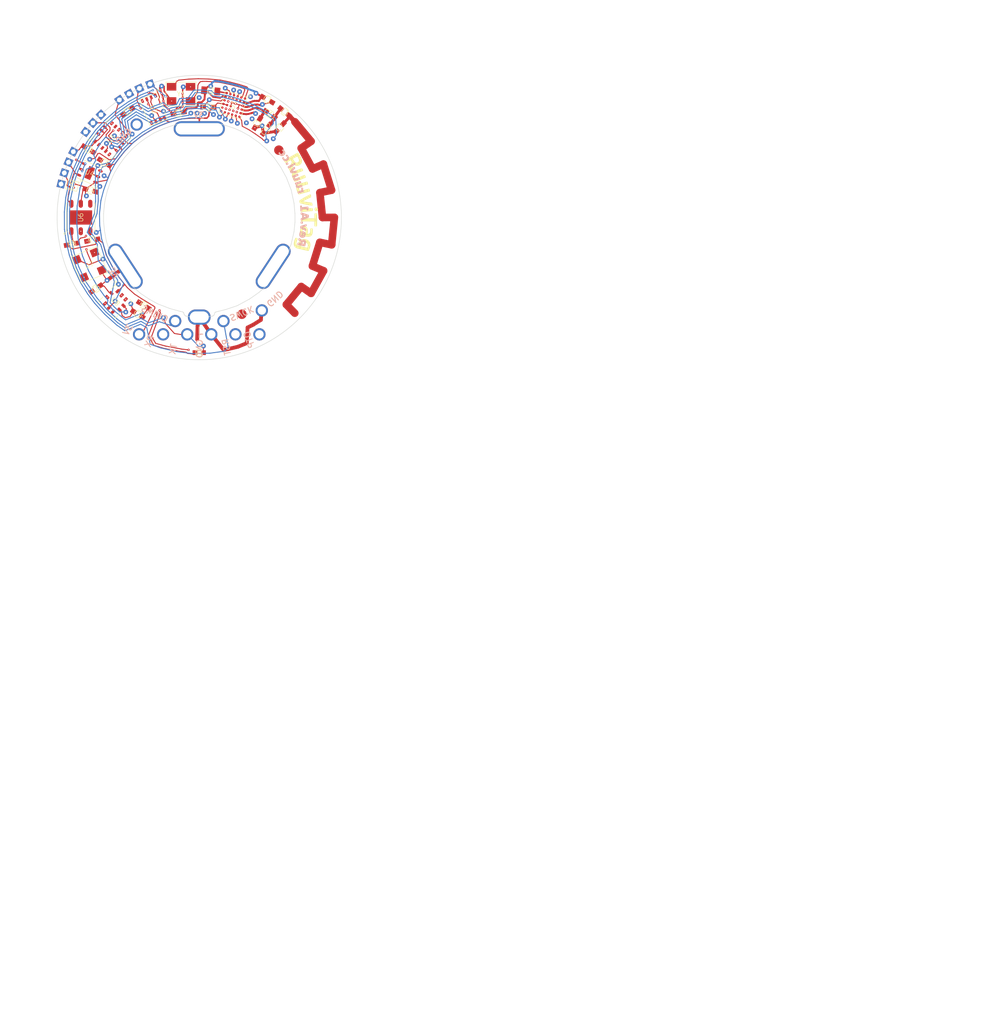
<source format=kicad_pcb>
(kicad_pcb (version 4) (host pcbnew 0.201503110816+5502~22~ubuntu14.04.1-product)
  (layers (0 Top signal) (1 GND+Sig signal) (2 VDD signal) (31 Bottom signal) (35 F.Paste user) (36 B.SilkS user) (37 F.SilkS user) (38 B.Mask user) (39 F.Mask user) (44 Edge.Cuts user))
  (net 0 "")
  (net 1 GND)
  (net 2 VDD)
  (net 3 "Net-(D1-Pad2)")
  (net 4 /OTP_6V8_VIN)
  (net 5 /ANTENNA)
  (net 6 "Net-(L2-Pad1)")
  (net 7 /SPI_SCK)
  (net 8 /ACC_INT1)
  (net 9 /SPI_ACC_CS)
  (net 10 /SPI_FLASH_CS)
  (net 11 /SPI_MISO)
  (net 12 /SPI_MOSI)
  (net 13 /ACC_INT2)
  (net 14 /I2C_SCL)
  (net 15 /I2C_SDA)
  (net 16 /P1_5)
  (net 17 /P1_4)
  (net 18 /RST)
  (net 19 "Net-(U1-PadA1)")
  (net 20 "Net-(U1-PadB1)")
  (net 21 "Net-(U1-PadF5)")
  (net 22 "Net-(U1-PadF6)")
  (net 23 "Net-(U3-Pad2)")
  (net 24 "Net-(U3-Pad3)")
  (net 25 /LED)
  (net 26 "Net-(U6-Pad3)")
  (net 27 "Net-(U6-Pad4)")
  (net 28 "Net-(C7-Pad1)")
  (net 29 "Net-(U8-Pad5)")
  (net 30 /VDCDC)
  (net 31 "Net-(U1-PadB2)")
  (net 32 "Net-(U1-PadC2)")
  (net 33 "Net-(C11-Pad2)")
  (net 34 "Net-(P33-Pad1)")
  (net 35 "Net-(P13-Pad1)")
  (net 36 "Net-(P14-Pad1)")
  (module RuuviTag:WLCSP34 (layer Top) (at 95.57 84.13 253)
    (fp_text reference U1 (at 0 0 253) (layer F.SilkS) (effects (font (size 0.5 0.5) (thickness 0.05))))
    (fp_text value DA1458X_WLCSP34)
    (pad A1 smd circle (at -1 -1 253) (size 0.25 0.25) (layers Top F.Paste F.Mask) (net 19 "Net-(U1-PadA1)"))
    (pad A2 smd circle (at -0.6 -1 253) (size 0.25 0.25) (layers Top F.Paste F.Mask) (net 30 /VDCDC))
    (pad A3 smd circle (at -0.2 -1 253) (size 0.25 0.25) (layers Top F.Paste F.Mask) (net 1 GND))
    (pad A4 smd circle (at 0.2 -1 253) (size 0.25 0.25) (layers Top F.Paste F.Mask) (net 5 /ANTENNA))
    (pad A5 smd circle (at 0.6 -1 253) (size 0.25 0.25) (layers Top F.Paste F.Mask) (net 1 GND))
    (pad A6 smd circle (at 1 -1 253) (size 0.25 0.25) (layers Top F.Paste F.Mask) (net 4 /OTP_6V8_VIN))
    (pad B1 smd circle (at -1 -0.6 253) (size 0.25 0.25) (layers Top F.Paste F.Mask) (net 20 "Net-(U1-PadB1)"))
    (pad B2 smd circle (at -0.6 -0.6 253) (size 0.25 0.25) (layers Top F.Paste F.Mask) (net 31 "Net-(U1-PadB2)"))
    (pad B4 smd circle (at 0.2 -0.6 253) (size 0.25 0.25) (layers Top F.Paste F.Mask) (net 1 GND))
    (pad B5 smd circle (at 0.6 -0.6 253) (size 0.25 0.25) (layers Top F.Paste F.Mask) (net 8 /ACC_INT1))
    (pad B6 smd circle (at 1 -0.6 253) (size 0.25 0.25) (layers Top F.Paste F.Mask) (net 7 /SPI_SCK))
    (pad C1 smd circle (at -1 -0.2 253) (size 0.25 0.25) (layers Top F.Paste F.Mask) (net 17 /P1_4))
    (pad C2 smd circle (at -0.6 -0.2 253) (size 0.25 0.25) (layers Top F.Paste F.Mask) (net 32 "Net-(U1-PadC2)"))
    (pad C3 smd circle (at -0.2 -0.2 253) (size 0.25 0.25) (layers Top F.Paste F.Mask) (net 1 GND))
    (pad C5 smd circle (at 0.6 -0.2 253) (size 0.25 0.25) (layers Top F.Paste F.Mask) (net 9 /SPI_ACC_CS))
    (pad C6 smd circle (at 1 -0.2 253) (size 0.25 0.25) (layers Top F.Paste F.Mask) (net 10 /SPI_FLASH_CS))
    (pad D1 smd circle (at -1 0.2 253) (size 0.25 0.25) (layers Top F.Paste F.Mask) (net 16 /P1_5))
    (pad D2 smd circle (at -0.6 0.2 253) (size 0.25 0.25) (layers Top F.Paste F.Mask) (net 15 /I2C_SDA))
    (pad D3 smd circle (at -0.2 0.2 253) (size 0.25 0.25) (layers Top F.Paste F.Mask) (net 1 GND))
    (pad D4 smd circle (at 0.2 0.2 253) (size 0.25 0.25) (layers Top F.Paste F.Mask) (net 1 GND))
    (pad D5 smd circle (at 0.6 0.2 253) (size 0.25 0.25) (layers Top F.Paste F.Mask) (net 25 /LED))
    (pad D6 smd circle (at 1 0.2 253) (size 0.25 0.25) (layers Top F.Paste F.Mask) (net 11 /SPI_MISO))
    (pad E1 smd circle (at -1 0.6 253) (size 0.25 0.25) (layers Top F.Paste F.Mask) (net 1 GND))
    (pad E2 smd circle (at -0.6 0.6 253) (size 0.25 0.25) (layers Top F.Paste F.Mask) (net 14 /I2C_SCL))
    (pad E3 smd circle (at -0.2 0.6 253) (size 0.25 0.25) (layers Top F.Paste F.Mask) (net 18 /RST))
    (pad E4 smd circle (at 0.2 0.6 253) (size 0.25 0.25) (layers Top F.Paste F.Mask) (net 2 VDD))
    (pad E5 smd circle (at 0.6 0.6 253) (size 0.25 0.25) (layers Top F.Paste F.Mask) (net 13 /ACC_INT2))
    (pad E6 smd circle (at 1 0.6 253) (size 0.25 0.25) (layers Top F.Paste F.Mask) (net 12 /SPI_MOSI))
    (pad F1 smd circle (at -1 1 253) (size 0.25 0.25) (layers Top F.Paste F.Mask) (net 6 "Net-(L2-Pad1)"))
    (pad F2 smd circle (at -0.6 1 253) (size 0.25 0.25) (layers Top F.Paste F.Mask) (net 30 /VDCDC))
    (pad F3 smd circle (at -0.2 1 253) (size 0.25 0.25) (layers Top F.Paste F.Mask) (net 1 GND))
    (pad F4 smd circle (at 0.2 1 253) (size 0.25 0.25) (layers Top F.Paste F.Mask) (net 2 VDD))
    (pad F5 smd circle (at 0.6 1 253) (size 0.25 0.25) (layers Top F.Paste F.Mask) (net 21 "Net-(U1-PadF5)"))
    (pad F6 smd circle (at 1 1 253) (size 0.25 0.25) (layers Top F.Paste F.Mask) (net 22 "Net-(U1-PadF6)"))
  )
  (module RuuviTag:USON8_2X3MM (layer Top) (at 87.17 84.59 292.2)
    (fp_text reference U2 (at 0 0 292.2) (layer F.SilkS) (effects (font (size 0.5 0.5) (thickness 0.05))))
    (fp_text value GENERIC_DATAFLASH)
    (pad 1 smd rect (at -1.25 -0.75 292.2) (size 0.4 0.25) (layers Top F.Paste F.Mask) (net 10 /SPI_FLASH_CS))
    (pad 2 smd rect (at -1.25 -0.25 292.2) (size 0.4 0.25) (layers Top F.Paste F.Mask) (net 11 /SPI_MISO))
    (pad 3 smd rect (at -1.25 0.25 292.2) (size 0.4 0.25) (layers Top F.Paste F.Mask) (net 2 VDD))
    (pad 4 smd rect (at -1.25 0.75 292.2) (size 0.4 0.25) (layers Top F.Paste F.Mask) (net 1 GND))
    (pad 5 smd rect (at 1.25 0.75 292.2) (size 0.4 0.25) (layers Top F.Paste F.Mask) (net 12 /SPI_MOSI))
    (pad 6 smd rect (at 1.25 0.25 292.2) (size 0.4 0.25) (layers Top F.Paste F.Mask) (net 7 /SPI_SCK))
    (pad 7 smd rect (at 1.25 -0.25 292.2) (size 0.4 0.25) (layers Top F.Paste F.Mask) (net 2 VDD))
    (pad 8 smd rect (at 1.25 -0.75 292.2) (size 0.4 0.25) (layers Top F.Paste F.Mask) (net 2 VDD))
  )
  (module RuuviTag:LGA16_3X3MM (layer Top) (at 82.65 87.71 47.7)
    (fp_text reference U3 (at 0 0.05 47.7) (layer F.SilkS) (effects (font (size 0.5 0.5) (thickness 0.05))))
    (fp_text value LIS331DLH)
    (pad 1 smd rect (at -1.3 -1 47.7) (size 0.4 0.25) (layers Top F.Paste F.Mask) (net 2 VDD))
    (pad 2 smd rect (at -1.3 -0.5 47.7) (size 0.4 0.25) (layers Top F.Paste F.Mask) (net 23 "Net-(U3-Pad2)"))
    (pad 3 smd rect (at -1.3 0 47.7) (size 0.4 0.25) (layers Top F.Paste F.Mask) (net 24 "Net-(U3-Pad3)"))
    (pad 4 smd rect (at -1.3 0.5 47.7) (size 0.4 0.25) (layers Top F.Paste F.Mask) (net 7 /SPI_SCK))
    (pad 5 smd rect (at -1.3 1 47.7) (size 0.4 0.25) (layers Top F.Paste F.Mask) (net 1 GND))
    (pad 6 smd rect (at -0.5 1.3 137.7) (size 0.4 0.25) (layers Top F.Paste F.Mask) (net 12 /SPI_MOSI))
    (pad 7 smd rect (at 0 1.3 137.7) (size 0.4 0.25) (layers Top F.Paste F.Mask) (net 11 /SPI_MISO))
    (pad 8 smd rect (at 0.5 1.3 137.7) (size 0.4 0.25) (layers Top F.Paste F.Mask) (net 9 /SPI_ACC_CS))
    (pad 9 smd rect (at 1.3 1 47.7) (size 0.4 0.25) (layers Top F.Paste F.Mask) (net 13 /ACC_INT2))
    (pad 10 smd rect (at 1.3 0.5 47.7) (size 0.4 0.25) (layers Top F.Paste F.Mask) (net 1 GND))
    (pad 11 smd rect (at 1.3 0 47.7) (size 0.4 0.25) (layers Top F.Paste F.Mask) (net 8 /ACC_INT1))
    (pad 12 smd rect (at 1.3 -0.5 47.7) (size 0.4 0.25) (layers Top F.Paste F.Mask) (net 1 GND))
    (pad 13 smd rect (at 1.3 -1 47.7) (size 0.4 0.25) (layers Top F.Paste F.Mask) (net 1 GND))
    (pad 14 smd rect (at 0.5 -1.3 137.7) (size 0.4 0.25) (layers Top F.Paste F.Mask) (net 2 VDD))
    (pad 15 smd rect (at 0 -1.3 137.7) (size 0.4 0.25) (layers Top F.Paste F.Mask) (net 2 VDD))
    (pad 16 smd rect (at -0.5 -1.3 137.7) (size 0.4 0.25) (layers Top F.Paste F.Mask) (net 1 GND))
  )
  (module RuuviTag:WLCSP4 (layer Top) (at 78.61 92.61 255)
    (fp_text reference U5 (at 0 0 255) (layer F.SilkS) (effects (font (size 0.5 0.5) (thickness 0.05))))
    (fp_text value AT30TS74_WLCSP)
    (pad A1 smd circle (at -0.2 -0.2 255) (size 0.25 0.25) (layers Top F.Paste F.Mask) (net 2 VDD))
    (pad A2 smd circle (at 0.2 -0.2 255) (size 0.25 0.25) (layers Top F.Paste F.Mask) (net 1 GND))
    (pad B1 smd circle (at -0.2 0.2 255) (size 0.25 0.25) (layers Top F.Paste F.Mask) (net 15 /I2C_SDA))
    (pad B2 smd circle (at 0.2 0.2 255) (size 0.25 0.25) (layers Top F.Paste F.Mask) (net 14 /I2C_SCL))
  )
  (module RuuviTag:DFN6_3X3MM (layer Top) (at 79.5 96 90)
    (fp_text reference U6 (at 0 0 90) (layer F.SilkS) (effects (font (size 0.5 0.5) (thickness 0.05))))
    (fp_text value Si7006)
    (pad 1 smd oval (at -1.45 -1 90) (size 0.85 0.45) (layers Top F.Paste F.Mask) (net 15 /I2C_SDA))
    (pad 2 smd oval (at -1.45 0 90) (size 0.85 0.45) (layers Top F.Paste F.Mask) (net 1 GND))
    (pad 3 smd oval (at -1.45 1 90) (size 0.85 0.45) (layers Top F.Paste F.Mask) (net 26 "Net-(U6-Pad3)"))
    (pad 4 smd oval (at 1.45 1 90) (size 0.85 0.45) (layers Top F.Paste F.Mask) (net 27 "Net-(U6-Pad4)"))
    (pad 5 smd oval (at 1.45 0 90) (size 0.85 0.45) (layers Top F.Paste F.Mask) (net 2 VDD))
    (pad 6 smd oval (at 1.45 -1 90) (size 0.85 0.45) (layers Top F.Paste F.Mask) (net 14 /I2C_SCL))
    (pad 7 smd rect (at 0 0 90) (size 1.5 2.4) (layers Top F.Mask) (net 1 GND))
  )
  (module RuuviTag:USON6_2X2MM_WITHTHRMLPAD (layer Top) (at 80.44 91.31 156.6)
    (fp_text reference U4 (at 0 0 156.6) (layer F.SilkS) (effects (font (size 0.5 0.5) (thickness 0.05))))
    (fp_text value OPT3001)
    (pad 1 smd oval (at -0.95 -0.65 156.6) (size 0.5 0.25) (layers Top F.Paste F.Mask) (net 2 VDD))
    (pad 2 smd oval (at -0.95 0 156.6) (size 0.5 0.25) (layers Top F.Paste F.Mask) (net 1 GND))
    (pad 3 smd oval (at -0.95 0.65 156.6) (size 0.5 0.25) (layers Top F.Paste F.Mask) (net 1 GND))
    (pad 4 smd oval (at 0.95 0.65 156.6) (size 0.5 0.25) (layers Top F.Paste F.Mask) (net 14 /I2C_SCL))
    (pad 5 smd oval (at 0.95 0 156.6) (size 0.5 0.25) (layers Top F.Paste F.Mask) (net 13 /ACC_INT2))
    (pad 6 smd oval (at 0.95 -0.65 156.6) (size 0.5 0.25) (layers Top F.Paste F.Mask) (net 15 /I2C_SDA))
    (pad 7 smd rect (at 0 0 156.6) (size 0.65 1.35) (layers Top F.Mask) (net 1 GND))
  )
  (module RuuviTag:UVIS25 (layer Top) (at 83.15 104.85 314.4)
    (fp_text reference U8 (at 0 0 314.4) (layer F.SilkS) (effects (font (size 0.5 0.5) (thickness 0.05))))
    (fp_text value UVIS25)
    (pad 1 smd rect (at -0.925 -0.3 314.4) (size 0.45 0.3) (layers Top F.Paste F.Mask) (net 2 VDD))
    (pad 2 smd rect (at -0.925 0.3 314.4) (size 0.45 0.3) (layers Top F.Paste F.Mask) (net 14 /I2C_SCL))
    (pad 3 smd rect (at -0.6 0.925 44.4) (size 0.45 0.3) (layers Top F.Paste F.Mask) (net 1 GND))
    (pad 4 smd rect (at 0 0.925 44.4) (size 0.45 0.3) (layers Top F.Paste F.Mask) (net 15 /I2C_SDA))
    (pad 5 smd rect (at 0.6 0.925 44.4) (size 0.45 0.3) (layers Top F.Paste F.Mask) (net 29 "Net-(U8-Pad5)"))
    (pad 6 smd rect (at 0.925 0.3 314.4) (size 0.45 0.3) (layers Top F.Paste F.Mask) (net 2 VDD))
    (pad 7 smd rect (at 0.925 -0.3 314.4) (size 0.45 0.3) (layers Top F.Paste F.Mask) (net 13 /ACC_INT2))
    (pad 8 smd rect (at 0.6 -0.925 44.4) (size 0.45 0.3) (layers Top F.Paste F.Mask) (net 1 GND))
    (pad 9 smd rect (at 0 -0.925 44.4) (size 0.45 0.3) (layers Top F.Paste F.Mask) (net 1 GND))
    (pad 10 smd rect (at -0.6 -0.925 44.4) (size 0.45 0.3) (layers Top F.Paste F.Mask) (net 2 VDD))
  )
  (module RuuviTag:0603_GENERAL (layer Top) (at 93.21 82.65 175)
    (fp_text reference L2 (at 0 0 175) (layer F.SilkS) (effects (font (size 0.5 0.5) (thickness 0.05))))
    (fp_text value 2u2)
    (pad 1 smd rect (at -0.7 0 175) (size 0.6 0.8) (layers Top F.Paste F.Mask) (net 6 "Net-(L2-Pad1)"))
    (pad 2 smd rect (at 0.7 0 175) (size 0.6 0.8) (layers Top F.Paste F.Mask) (net 30 /VDCDC))
  )
  (module RuuviTag:0402_LED (layer Top) (at 92 110.25 180)
    (fp_text reference D1 (at 0 0 180) (layer F.SilkS) (effects (font (size 0.5 0.5) (thickness 0.05))))
    (fp_text value LED)
    (pad 1 smd rect (at -0.45 0 180) (size 0.5 0.5) (layers Top F.Paste F.Mask) (net 25 /LED))
    (pad 2 smd rect (at 0.45 0 180) (size 0.5 0.5) (layers Top F.Paste F.Mask) (net 3 "Net-(D1-Pad2)"))
  )
  (module RuuviTag:WIDE_PLATED_HOLE (layer Top) (at 99.8 101.15 236.6)
    (fp_text reference P33 (at 0 0 236.6) (layer F.SilkS) (effects (font (size 0.5 0.5) (thickness 0.05))))
    (fp_text value +BATT)
    (pad 1 thru_hole oval (at 0 0 236.6) (size 5.4 1.6) (drill oval 5 1.2) (layers *.Cu *.Mask) (net 34 "Net-(P33-Pad1)"))
  )
  (module RuuviTag:WIDE_PLATED_HOLE (layer Top) (at 92 86.65)
    (fp_text reference P32 (at 0 0) (layer F.SilkS) (effects (font (size 0.5 0.5) (thickness 0.05))))
    (fp_text value +BATT)
    (pad 1 thru_hole oval (at 0 0) (size 5.4 1.6) (drill oval 5 1.2) (layers *.Cu *.Mask) (net 2 VDD))
  )
  (module RuuviTag:WIDE_PLATED_HOLE (layer Top) (at 84.2 101.15 123.3)
    (fp_text reference P27 (at 0 0 123.3) (layer F.SilkS) (effects (font (size 0.5 0.5) (thickness 0.05))))
    (fp_text value +BATT)
    (pad 1 thru_hole oval (at 0 0 123.3) (size 5.4 1.6) (drill oval 5 1.2) (layers *.Cu *.Mask) (net 2 VDD))
  )
  (module RuuviTag:WIDE_PLATED_HOLE2 (layer Top) (at 92 106.5)
    (fp_text reference P5 (at 0 0) (layer F.SilkS) (effects (font (size 0.5 0.5) (thickness 0.05))))
    (fp_text value ENERGY_HARVESTER_GND)
    (pad 1 thru_hole oval (at 0 0) (size 2.4 1.6) (drill oval 2 1.2) (layers *.Cu *.Mask) (net 1 GND))
  )
  (module RuuviTag:09MM_PLATED_HOLE (layer Top) (at 85.65 108.32 90)
    (fp_text reference P18 hide)
    (fp_text value "EXTRNL_PWR_(DURING_FLASHING)")
    (pad 1 thru_hole circle (at 0 0 90) (size 1.3 1.3) (drill 0.9) (layers *.Cu *.Mask) (net 2 VDD))
  )
  (module RuuviTag:09MM_PLATED_HOLE (layer Top) (at 90.73 108.32 90)
    (fp_text reference P19 hide)
    (fp_text value "UART_TX_(FLASHING)")
    (pad 1 thru_hole circle (at 0 0 90) (size 1.3 1.3) (drill 0.9) (layers *.Cu *.Mask) (net 25 /LED))
  )
  (module RuuviTag:09MM_PLATED_HOLE (layer Top) (at 88.19 108.32 90)
    (fp_text reference P20 hide)
    (fp_text value "UART_RX_(FLASHING)")
    (pad 1 thru_hole circle (at 0 0 90) (size 1.3 1.3) (drill 0.9) (layers *.Cu *.Mask) (net 11 /SPI_MISO))
  )
  (module RuuviTag:09MM_PLATED_HOLE (layer Top) (at 93.27 108.32 90)
    (fp_text reference P21 hide)
    (fp_text value "GND_(FLASHING)")
    (pad 1 thru_hole circle (at 0 0 90) (size 1.3 1.3) (drill 0.9) (layers *.Cu *.Mask) (net 1 GND))
  )
  (module RuuviTag:09MM_PLATED_HOLE (layer Top) (at 85.4 86.2)
    (fp_text reference P28 hide)
    (fp_text value GND)
    (pad 1 thru_hole circle (at 0 0) (size 1.3 1.3) (drill 0.9) (layers *.Cu *.Mask) (net 1 GND))
  )
  (module RuuviTag:09MM_PLATED_HOLE (layer Top) (at 98.6 105.8 90)
    (fp_text reference P34 hide)
    (fp_text value GND)
    (pad 1 thru_hole circle (at 0 0 90) (size 1.3 1.3) (drill 0.9) (layers *.Cu *.Mask) (net 1 GND))
  )
  (module RuuviTag:09MM_PLATED_HOLE (layer Top) (at 98.35 108.32 90)
    (fp_text reference P22 hide)
    (fp_text value "OTP_6V8_(FLASHING)")
    (pad 1 thru_hole circle (at 0 0 90) (size 1.3 1.3) (drill 0.9) (layers *.Cu *.Mask) (net 4 /OTP_6V8_VIN))
  )
  (module RuuviTag:09MM_PLATED_HOLE (layer Top) (at 95.82 108.32 90)
    (fp_text reference P25 hide)
    (fp_text value "RST_(FLASHING)")
    (pad 1 thru_hole circle (at 0 0 90) (size 1.3 1.3) (drill 0.9) (layers *.Cu *.Mask) (net 18 /RST))
  )
  (module RuuviTag:09MM_PLATED_HOLE (layer Top) (at 89.46 106.92 90)
    (fp_text reference P23 hide)
    (fp_text value SWDIO)
    (pad 1 thru_hole circle (at 0 0 90) (size 1.3 1.3) (drill 0.9) (layers *.Cu *.Mask) (net 16 /P1_5))
  )
  (module RuuviTag:09MM_PLATED_HOLE (layer Top) (at 94.55 106.92 90)
    (fp_text reference P24 hide)
    (fp_text value SWD_CLK)
    (pad 1 thru_hole circle (at 0 0 90) (size 1.3 1.3) (drill 0.9) (layers *.Cu *.Mask) (net 17 /P1_4))
  )
  (module RuuviTag:05MM_PLATED_RECT_HOLE (layer Top) (at 81.63 85.16 134)
    (fp_text reference P1 hide)
    (fp_text value SPI_SCK)
    (pad 1 thru_hole rect (at 0 0 134) (size 0.8 0.8) (drill 0.5) (layers *.Cu *.Mask) (net 7 /SPI_SCK))
  )
  (module RuuviTag:05MM_PLATED_RECT_HOLE (layer Top) (at 86.81 81.93 110)
    (fp_text reference P2 hide)
    (fp_text value P0_1)
    (pad 1 thru_hole rect (at 0 0 110) (size 0.8 0.8) (drill 0.5) (layers *.Cu *.Mask) (net 8 /ACC_INT1))
  )
  (module RuuviTag:05MM_PLATED_RECT_HOLE (layer Top) (at 85.68 82.39 115)
    (fp_text reference P3 hide)
    (fp_text value P0_2)
    (pad 1 thru_hole rect (at 0 0 115) (size 0.8 0.8) (drill 0.5) (layers *.Cu *.Mask) (net 9 /SPI_ACC_CS))
  )
  (module RuuviTag:05MM_PLATED_RECT_HOLE (layer Top) (at 84.6 82.95 120)
    (fp_text reference P4 hide)
    (fp_text value P0_3)
    (pad 1 thru_hole rect (at 0 0 120) (size 0.8 0.8) (drill 0.5) (layers *.Cu *.Mask) (net 10 /SPI_FLASH_CS))
  )
  (module RuuviTag:05MM_PLATED_RECT_HOLE (layer Top) (at 80.01 86.98 144)
    (fp_text reference P6 hide)
    (fp_text value SPI_MISO)
    (pad 1 thru_hole rect (at 0 0 144) (size 0.8 0.8) (drill 0.5) (layers *.Cu *.Mask) (net 11 /SPI_MISO))
  )
  (module RuuviTag:05MM_PLATED_RECT_HOLE (layer Top) (at 80.78 86.03 138)
    (fp_text reference P7 hide)
    (fp_text value SPI_MOSI)
    (pad 1 thru_hole rect (at 0 0 138) (size 0.8 0.8) (drill 0.5) (layers *.Cu *.Mask) (net 12 /SPI_MOSI))
  )
  (module RuuviTag:05MM_PLATED_RECT_HOLE (layer Top) (at 83.57 83.6 125)
    (fp_text reference P8 hide)
    (fp_text value P0_7)
    (pad 1 thru_hole rect (at 0 0 125) (size 0.8 0.8) (drill 0.5) (layers *.Cu *.Mask) (net 13 /ACC_INT2))
  )
  (module RuuviTag:05MM_PLATED_RECT_HOLE (layer Top) (at 77.76 91.3 161)
    (fp_text reference P9 hide)
    (fp_text value I2C_SCL)
    (pad 1 thru_hole rect (at 0 0 161) (size 0.8 0.8) (drill 0.5) (layers *.Cu *.Mask) (net 14 /I2C_SCL))
  )
  (module RuuviTag:05MM_PLATED_RECT_HOLE (layer Top) (at 78.2 90.17 156.6)
    (fp_text reference P10 hide)
    (fp_text value I2C_SDA)
    (pad 1 thru_hole rect (at 0 0 156.6) (size 0.8 0.8) (drill 0.5) (layers *.Cu *.Mask) (net 15 /I2C_SDA))
  )
  (module RuuviTag:05MM_PLATED_RECT_HOLE (layer Top) (at 78.71 89.06 152)
    (fp_text reference P11 hide)
    (fp_text value I2C_VDD)
    (pad 1 thru_hole rect (at 0 0 152) (size 0.8 0.8) (drill 0.5) (layers *.Cu *.Mask) (net 2 VDD))
  )
  (module RuuviTag:05MM_PLATED_RECT_HOLE (layer Top) (at 77.42 92.47 166)
    (fp_text reference P12 hide)
    (fp_text value I2C_GND)
    (pad 1 thru_hole rect (at 0 0 166) (size 0.8 0.8) (drill 0.5) (layers *.Cu *.Mask) (net 1 GND))
  )
  (module RuuviTag:MS5637 (layer Top) (at 80.4 101 202.2)
    (fp_text reference U7 (at 0 0 202.2) (layer F.SilkS) (effects (font (size 0.5 0.5) (thickness 0.05))))
    (fp_text value MS5637)
    (pad 1 smd rect (at -1 -1 202.2) (size 0.8 0.8) (layers Top F.Paste F.Mask) (net 2 VDD))
    (pad 2 smd rect (at -1 1 202.2) (size 0.8 0.8) (layers Top F.Paste F.Mask) (net 15 /I2C_SDA))
    (pad 3 smd rect (at 1 1 202.2) (size 0.8 0.8) (layers Top F.Paste F.Mask) (net 14 /I2C_SCL))
    (pad 4 smd rect (at 1 -1 202.2) (size 0.8 0.8) (layers Top F.Paste F.Mask) (net 1 GND))
  )
  (module RuuviTag:32X25MM_4PIN_CRYSTAL (layer Top) (at 90.08 82.97)
    (fp_text reference Y1 (at 0 0) (layer F.SilkS) (effects (font (size 0.5 0.5) (thickness 0.05))))
    (fp_text value 16M)
    (pad 1 smd rect (at -1 -0.75) (size 1 0.8) (layers Top F.Paste F.Mask) (net 19 "Net-(U1-PadA1)"))
    (pad 2 smd rect (at -1 0.75) (size 1 0.8) (layers Top F.Paste F.Mask) (net 1 GND))
    (pad 3 smd rect (at 1 0.75) (size 1 0.8) (layers Top F.Paste F.Mask) (net 20 "Net-(U1-PadB1)"))
    (pad 4 smd rect (at 1 -0.75) (size 1 0.8) (layers Top F.Paste F.Mask) (net 1 GND))
  )
  (module RuuviTag:0402_GENERAL (layer Top) (at 99.09 86.69 233)
    (fp_text reference C12 (at 0 0 233) (layer F.SilkS) (effects (font (size 0.5 0.5) (thickness 0.05))))
    (fp_text value NA)
    (pad 1 smd rect (at -0.55 0 233) (size 0.6 0.5) (layers Top F.Paste F.Mask) (net 33 "Net-(C11-Pad2)"))
    (pad 2 smd rect (at 0.55 0 233) (size 0.6 0.5) (layers Top F.Paste F.Mask) (net 1 GND))
  )
  (module RuuviTag:0402_GENERAL (layer Top) (at 99.48 85.11 325)
    (fp_text reference C11 (at 0 0 325) (layer F.SilkS) (effects (font (size 0.5 0.5) (thickness 0.05))))
    (fp_text value 0_ohm_resistor)
    (pad 1 smd rect (at -0.55 0 325) (size 0.6 0.5) (layers Top F.Paste F.Mask) (net 5 /ANTENNA))
    (pad 2 smd rect (at 0.55 0 325) (size 0.6 0.5) (layers Top F.Paste F.Mask) (net 33 "Net-(C11-Pad2)"))
  )
  (module RuuviTag:0402_GENERAL (layer Top) (at 78.56 98.81 11.1)
    (fp_text reference R8 (at 0 0 11.1) (layer F.SilkS) (effects (font (size 0.5 0.5) (thickness 0.05))))
    (fp_text value 10k)
    (pad 1 smd rect (at -0.55 0 11.1) (size 0.6 0.5) (layers Top F.Paste F.Mask) (net 2 VDD))
    (pad 2 smd rect (at 0.55 0 11.1) (size 0.6 0.5) (layers Top F.Paste F.Mask) (net 15 /I2C_SDA))
  )
  (module RuuviTag:0402_GENERAL (layer Top) (at 80.71 98.39 11.1)
    (fp_text reference R7 (at 0 0 11.1) (layer F.SilkS) (effects (font (size 0.5 0.5) (thickness 0.05))))
    (fp_text value 10k)
    (pad 1 smd rect (at -0.55 0 11.1) (size 0.6 0.5) (layers Top F.Paste F.Mask) (net 14 /I2C_SCL))
    (pad 2 smd rect (at 0.55 0 11.1) (size 0.6 0.5) (layers Top F.Paste F.Mask) (net 2 VDD))
  )
  (module RuuviTag:0402_GENERAL (layer Top) (at 86.15 105.26 328)
    (fp_text reference R6 (at 0 0 328) (layer F.SilkS) (effects (font (size 0.5 0.5) (thickness 0.05))))
    (fp_text value 470)
    (pad 1 smd rect (at -0.55 0 328) (size 0.6 0.5) (layers Top F.Paste F.Mask) (net 3 "Net-(D1-Pad2)"))
    (pad 2 smd rect (at 0.55 0 328) (size 0.6 0.5) (layers Top F.Paste F.Mask) (net 1 GND))
  )
  (module RuuviTag:0402_GENERAL (layer Top) (at 101.02 84.87 320)
    (fp_text reference L3 (at 0 0 320) (layer F.SilkS) (effects (font (size 0.5 0.5) (thickness 0.05))))
    (fp_text value 0_ohm_resistor)
    (pad 1 smd rect (at -0.55 0 320) (size 0.6 0.5) (layers Top F.Paste F.Mask) (net 33 "Net-(C11-Pad2)"))
    (pad 2 smd rect (at 0.55 0 320) (size 0.6 0.5) (layers Top F.Paste F.Mask) (net 28 "Net-(C7-Pad1)"))
  )
  (module RuuviTag:0402_GENERAL (layer Top) (at 98.14 86.05 60)
    (fp_text reference L1 (at 0 0 60) (layer F.SilkS) (effects (font (size 0.5 0.5) (thickness 0.05))))
    (fp_text value NA)
    (pad 1 smd rect (at -0.55 0 60) (size 0.6 0.5) (layers Top F.Paste F.Mask) (net 1 GND))
    (pad 2 smd rect (at 0.55 0 60) (size 0.6 0.5) (layers Top F.Paste F.Mask) (net 5 /ANTENNA))
  )
  (module RuuviTag:0402_GENERAL (layer Top) (at 92.96 84.37 180)
    (fp_text reference C10 (at 0 0 180) (layer F.SilkS) (effects (font (size 0.5 0.5) (thickness 0.05))))
    (fp_text value 1u)
    (pad 1 smd rect (at -0.55 0 180) (size 0.6 0.5) (layers Top F.Paste F.Mask) (net 2 VDD))
    (pad 2 smd rect (at 0.55 0 180) (size 0.6 0.5) (layers Top F.Paste F.Mask) (net 1 GND))
  )
  (module RuuviTag:0402_GENERAL (layer Top) (at 85.52 106.19 328)
    (fp_text reference C9 (at 0 0 328) (layer F.SilkS) (effects (font (size 0.5 0.5) (thickness 0.05))))
    (fp_text value 1u)
    (pad 1 smd rect (at -0.55 0 328) (size 0.6 0.5) (layers Top F.Paste F.Mask) (net 2 VDD))
    (pad 2 smd rect (at 0.55 0 328) (size 0.6 0.5) (layers Top F.Paste F.Mask) (net 1 GND))
  )
  (module RuuviTag:0402_GENERAL (layer Top) (at 80.32 88.81 328)
    (fp_text reference C8 (at 0 0 328) (layer F.SilkS) (effects (font (size 0.5 0.5) (thickness 0.05))))
    (fp_text value 1u)
    (pad 1 smd rect (at -0.55 0 328) (size 0.6 0.5) (layers Top F.Paste F.Mask) (net 2 VDD))
    (pad 2 smd rect (at 0.55 0 328) (size 0.6 0.5) (layers Top F.Paste F.Mask) (net 1 GND))
  )
  (module RuuviTag:0402_GENERAL (layer Top) (at 100.5 86.51 227)
    (fp_text reference C7 (at 0 0 227) (layer F.SilkS) (effects (font (size 0.5 0.5) (thickness 0.05))))
    (fp_text value NA)
    (pad 1 smd rect (at -0.55 0 227) (size 0.6 0.5) (layers Top F.Paste F.Mask) (net 28 "Net-(C7-Pad1)"))
    (pad 2 smd rect (at 0.55 0 227) (size 0.6 0.5) (layers Top F.Paste F.Mask) (net 1 GND))
  )
  (module RuuviTag:0402_GENERAL (layer Top) (at 81.1 103.5 215)
    (fp_text reference C6 (at 0 0 215) (layer F.SilkS) (effects (font (size 0.5 0.5) (thickness 0.05))))
    (fp_text value 1u)
    (pad 1 smd rect (at -0.55 0 215) (size 0.6 0.5) (layers Top F.Paste F.Mask) (net 2 VDD))
    (pad 2 smd rect (at 0.55 0 215) (size 0.6 0.5) (layers Top F.Paste F.Mask) (net 1 GND))
  )
  (module RuuviTag:0402_GENERAL (layer Top) (at 82.01 90.21 148)
    (fp_text reference C5 (at 0 0 148) (layer F.SilkS) (effects (font (size 0.5 0.5) (thickness 0.05))))
    (fp_text value 1u)
    (pad 1 smd rect (at -0.55 0 148) (size 0.6 0.5) (layers Top F.Paste F.Mask) (net 2 VDD))
    (pad 2 smd rect (at 0.55 0 148) (size 0.6 0.5) (layers Top F.Paste F.Mask) (net 1 GND))
  )
  (module RuuviTag:0402_GENERAL (layer Top) (at 80.52 93.14 345)
    (fp_text reference C4 (at 0 0 345) (layer F.SilkS) (effects (font (size 0.5 0.5) (thickness 0.05))))
    (fp_text value 1u)
    (pad 1 smd rect (at -0.55 0 345) (size 0.6 0.5) (layers Top F.Paste F.Mask) (net 2 VDD))
    (pad 2 smd rect (at 0.55 0 345) (size 0.6 0.5) (layers Top F.Paste F.Mask) (net 1 GND))
  )
  (module RuuviTag:0402_GENERAL (layer Top) (at 84.44 84.81 214)
    (fp_text reference C3 (at 0 0 214) (layer F.SilkS) (effects (font (size 0.5 0.5) (thickness 0.05))))
    (fp_text value 1u)
    (pad 1 smd rect (at -0.55 0 214) (size 0.6 0.5) (layers Top F.Paste F.Mask) (net 2 VDD))
    (pad 2 smd rect (at 0.55 0 214) (size 0.6 0.5) (layers Top F.Paste F.Mask) (net 1 GND))
  )
  (module RuuviTag:0402_GENERAL (layer Top) (at 89.82 84.99 191)
    (fp_text reference C2 (at 0 0 191) (layer F.SilkS) (effects (font (size 0.5 0.5) (thickness 0.05))))
    (fp_text value 1u)
    (pad 1 smd rect (at -0.55 0 191) (size 0.6 0.5) (layers Top F.Paste F.Mask) (net 30 /VDCDC))
    (pad 2 smd rect (at 0.55 0 191) (size 0.6 0.5) (layers Top F.Paste F.Mask) (net 1 GND))
  )
  (module RuuviTag:0402_GENERAL (layer Top) (at 99.19 83.57 330)
    (fp_text reference C1 (at 0 0 330) (layer F.SilkS) (effects (font (size 0.5 0.5) (thickness 0.05))))
    (fp_text value 1u)
    (pad 1 smd rect (at -0.55 0 330) (size 0.6 0.5) (layers Top F.Paste F.Mask) (net 30 /VDCDC))
    (pad 2 smd rect (at 0.55 0 330) (size 0.6 0.5) (layers Top F.Paste F.Mask) (net 1 GND))
  )
  (module RuuviTag:HIDDEN (layer Top) (at 92 96)
    (fp_text reference REF** hide)
    (fp_text value HIDDEN hide)
  )
  (module RuuviTag:FIDUCIAL_1MM (layer Top) (at 96.5 106.2)
    (fp_text reference P13 hide)
    (fp_text value FIDUCIAL)
    (pad 1 smd circle (at 0 0) (size 1 1) (layers Top F.Mask) (net 35 "Net-(P13-Pad1)") (clearance 0.5))
  )
  (module RuuviTag:FIDUCIAL_1MM (layer Top) (at 100.4 88.9)
    (fp_text reference P14 hide)
    (fp_text value FIDUCIAL)
    (pad 1 smd circle (at 0 0) (size 1 1) (layers Top F.Mask) (net 36 "Net-(P14-Pad1)") (clearance 0.5))
  )
  (module RuuviTag:RUUVITAG_CURVED_SILK (layer Top) (at 102.6 94.31 355)
    (fp_text reference G*** hide)
    (fp_text value RUUVITAG_CURVED_SILK hide)
  )
  (module RuuviTag:REVA1_RUUVICC_CURVED_SILK (layer Bottom) (at 101.86 94.04 35)
    (fp_text reference G*** hide)
    (fp_text value REVA1_RUUVICC_CURVED_SILK hide)
  )
  (gr_line (start 99.42 100.97) (end 101.25 100) (angle 90) (layer Edge.Cuts) (width 0.05))
  (gr_line (start 99.15 103.15) (end 99.42 100.97) (angle 90) (layer Edge.Cuts) (width 0.05))
  (gr_line (start 84.55 100.91) (end 84.85 103.15) (angle 90) (layer Edge.Cuts) (width 0.05))
  (gr_line (start 82.7 99.95) (end 84.55 100.91) (angle 90) (layer Edge.Cuts) (width 0.05))
  (gr_line (start 92 87.07) (end 94 86.1) (angle 90) (layer Edge.Cuts) (width 0.05))
  (gr_line (start 90 86.1) (end 92 87.07) (angle 90) (layer Edge.Cuts) (width 0.05))
  (gr_line (start 92.2 108.3) (end 92.37 108.3) (angle 90) (layer B.SilkS) (width 0.1))
  (gr_line (start 92.15 108.3) (end 92.2 108.3) (angle 90) (layer B.SilkS) (width 0.1))
  (gr_line (start 92.08 108.32) (end 92.15 108.3) (angle 90) (layer B.SilkS) (width 0.1))
  (gr_line (start 92.05 108.34) (end 92.08 108.32) (angle 90) (layer B.SilkS) (width 0.1))
  (gr_line (start 92.01 108.41) (end 92.05 108.34) (angle 90) (layer B.SilkS) (width 0.1))
  (gr_line (start 92 108.48) (end 92.01 108.41) (angle 90) (layer B.SilkS) (width 0.1))
  (gr_line (start 92 108.65) (end 92 107.55) (angle 90) (layer B.SilkS) (width 0.1))
  (gr_text GND (at 84.02 87.42 43) (layer B.SilkS) (effects (font (size 0.65 0.65) (thickness 0.1)) (justify mirror)))
  (gr_text 3V (at 91.98 85.23) (layer B.SilkS) (effects (font (size 0.65 0.65) (thickness 0.1)) (justify mirror)))
  (gr_text 3V (at 83 101.81 124) (layer B.SilkS) (effects (font (size 0.65 0.65) (thickness 0.1)) (justify mirror)))
  (gr_text GND (at 99.97 104.56 223) (layer B.SilkS) (effects (font (size 0.65 0.65) (thickness 0.1)) (justify mirror)))
  (gr_text SWCK (at 96.48 106.1 203) (layer B.SilkS) (effects (font (size 0.65 0.65) (thickness 0.1)) (justify mirror)))
  (gr_text SWDIO (at 87.31 106.12 155) (layer B.SilkS) (effects (font (size 0.65 0.65) (thickness 0.1)) (justify mirror)))
  (gr_text 3V (at 84.47 107.84 60) (layer B.SilkS) (effects (font (size 0.65 0.65) (thickness 0.1)) (justify mirror)))
  (gr_text RX (at 86.76 109.03 70) (layer B.SilkS) (effects (font (size 0.65 0.65) (thickness 0.1)) (justify mirror)))
  (gr_text TX (at 89.25 109.87 80) (layer B.SilkS) (effects (font (size 0.65 0.65) (thickness 0.1)) (justify mirror)))
  (gr_text GND (at 92.03 109.83 90) (layer B.SilkS) (effects (font (size 0.65 0.65) (thickness 0.1)) (justify mirror)))
  (gr_text RST (at 94.88 109.65 100) (layer B.SilkS) (effects (font (size 0.65 0.65) (thickness 0.1)) (justify mirror)))
  (gr_text OTP (at 97.29 108.88 110) (layer B.SilkS) (effects (font (size 0.65 0.65) (thickness 0.1)) (justify mirror)))
  (gr_line (start 93 106.46) (end 93.35 106.41) (angle 90) (layer Edge.Cuts) (width 0.05))
  (gr_line (start 90.64 106.41) (end 91 106.46) (angle 90) (layer Edge.Cuts) (width 0.05))
  (gr_line (start 90.36 106.06) (end 90.37 106.1) (angle 90) (layer Edge.Cuts) (width 0.05))
  (gr_line (start 90.34 106.02) (end 90.36 106.06) (angle 90) (layer Edge.Cuts) (width 0.05))
  (gr_line (start 90.3 105.98) (end 90.34 106.02) (angle 90) (layer Edge.Cuts) (width 0.05))
  (gr_line (start 90.26 105.96) (end 90.3 105.98) (angle 90) (layer Edge.Cuts) (width 0.05))
  (gr_line (start 90.37 106.1) (end 90.39 106.17) (angle 90) (layer Edge.Cuts) (width 0.05))
  (gr_line (start 90.6 106.4) (end 90.64 106.41) (angle 90) (layer Edge.Cuts) (width 0.05))
  (gr_line (start 90.52 106.36) (end 90.6 106.4) (angle 90) (layer Edge.Cuts) (width 0.05))
  (gr_line (start 90.46 106.3) (end 90.52 106.36) (angle 90) (layer Edge.Cuts) (width 0.05))
  (gr_line (start 90.42 106.24) (end 90.46 106.3) (angle 90) (layer Edge.Cuts) (width 0.05))
  (gr_line (start 90.39 106.17) (end 90.42 106.24) (angle 90) (layer Edge.Cuts) (width 0.05))
  (gr_line (start 93.43 106.39) (end 93.35 106.41) (angle 90) (layer Edge.Cuts) (width 0.05))
  (gr_line (start 93.51 106.34) (end 93.43 106.39) (angle 90) (layer Edge.Cuts) (width 0.05))
  (gr_line (start 93.57 106.26) (end 93.51 106.34) (angle 90) (layer Edge.Cuts) (width 0.05))
  (gr_line (start 93.62 106.14) (end 93.57 106.26) (angle 90) (layer Edge.Cuts) (width 0.05))
  (gr_line (start 93.75 105.96) (end 94 105.9) (angle 90) (layer Edge.Cuts) (width 0.05))
  (gr_line (start 93.69 106) (end 93.75 105.96) (angle 90) (layer Edge.Cuts) (width 0.05))
  (gr_line (start 93.65 106.04) (end 93.69 106) (angle 90) (layer Edge.Cuts) (width 0.05))
  (gr_line (start 93.62 106.12) (end 93.65 106.04) (angle 90) (layer Edge.Cuts) (width 0.05))
  (gr_line (start 91 106.46) (end 93 106.46) (angle 90) (layer Edge.Cuts) (width 0.05))
  (gr_line (start 90 105.9) (end 90.26 105.96) (angle 90) (layer Edge.Cuts) (width 0.05))
  (gr_line (start 99.15 103.15) (end 98.3 103.9) (angle 90) (layer Edge.Cuts) (width 0.05))
  (gr_line (start 101.4 99.7) (end 101.25 100) (angle 90) (layer Edge.Cuts) (width 0.05))
  (gr_line (start 84.85 103.15) (end 85 103.3) (angle 90) (layer Edge.Cuts) (width 0.05))
  (gr_line (start 82.6 99.7) (end 82.7 99.95) (angle 90) (layer Edge.Cuts) (width 0.05))
  (gr_line (start 96.4 86.9) (end 95.7 86.6) (angle 90) (layer Edge.Cuts) (width 0.05))
  (gr_line (start 97.3 87.4) (end 96.4 86.9) (angle 90) (layer Edge.Cuts) (width 0.05))
  (gr_line (start 98.3 88.1) (end 97.3 87.4) (angle 90) (layer Edge.Cuts) (width 0.05))
  (gr_line (start 99.1 88.8) (end 98.3 88.1) (angle 90) (layer Edge.Cuts) (width 0.05))
  (gr_line (start 99.9 89.7) (end 99.1 88.8) (angle 90) (layer Edge.Cuts) (width 0.05))
  (gr_line (start 100.6 90.7) (end 99.9 89.7) (angle 90) (layer Edge.Cuts) (width 0.05))
  (gr_line (start 101.2 91.8) (end 100.6 90.7) (angle 90) (layer Edge.Cuts) (width 0.05))
  (gr_line (start 101.7 93.1) (end 101.2 91.8) (angle 90) (layer Edge.Cuts) (width 0.05))
  (gr_line (start 102 94.5) (end 101.7 93.1) (angle 90) (layer Edge.Cuts) (width 0.05))
  (gr_line (start 102.1 95.6) (end 102 94.5) (angle 90) (layer Edge.Cuts) (width 0.05))
  (gr_line (start 102.1 96.5) (end 102.1 95.6) (angle 90) (layer Edge.Cuts) (width 0.05))
  (gr_line (start 102 97.5) (end 102.1 96.5) (angle 90) (layer Edge.Cuts) (width 0.05))
  (gr_line (start 101.7 98.8) (end 102 97.5) (angle 90) (layer Edge.Cuts) (width 0.05))
  (gr_line (start 101.4 99.7) (end 101.7 98.8) (angle 90) (layer Edge.Cuts) (width 0.05))
  (gr_line (start 97.3 104.6) (end 98.3 103.9) (angle 90) (layer Edge.Cuts) (width 0.05))
  (gr_line (start 96 105.3) (end 97.3 104.6) (angle 90) (layer Edge.Cuts) (width 0.05))
  (gr_line (start 94.8 105.7) (end 96 105.3) (angle 90) (layer Edge.Cuts) (width 0.05))
  (gr_line (start 94 105.9) (end 94.8 105.7) (angle 90) (layer Edge.Cuts) (width 0.05))
  (gr_line (start 88.9 105.6) (end 90 105.9) (angle 90) (layer Edge.Cuts) (width 0.05))
  (gr_line (start 87.6 105.1) (end 88.9 105.6) (angle 90) (layer Edge.Cuts) (width 0.05))
  (gr_line (start 86.7 104.6) (end 87.6 105.1) (angle 90) (layer Edge.Cuts) (width 0.05))
  (gr_line (start 85.8 104) (end 86.7 104.6) (angle 90) (layer Edge.Cuts) (width 0.05))
  (gr_line (start 85 103.3) (end 85.8 104) (angle 90) (layer Edge.Cuts) (width 0.05))
  (gr_line (start 82.2 98.5) (end 82.6 99.7) (angle 90) (layer Edge.Cuts) (width 0.05))
  (gr_line (start 82 97.4) (end 82.2 98.5) (angle 90) (layer Edge.Cuts) (width 0.05))
  (gr_line (start 81.9 96.4) (end 82 97.4) (angle 90) (layer Edge.Cuts) (width 0.05))
  (gr_line (start 81.9 95.6) (end 81.9 96.4) (angle 90) (layer Edge.Cuts) (width 0.05))
  (gr_line (start 82 94.6) (end 81.9 95.6) (angle 90) (layer Edge.Cuts) (width 0.05))
  (gr_line (start 82.1 94) (end 82 94.6) (angle 90) (layer Edge.Cuts) (width 0.05))
  (gr_line (start 82.3 93.2) (end 82.1 94) (angle 90) (layer Edge.Cuts) (width 0.05))
  (gr_line (start 82.6 92.3) (end 82.3 93.2) (angle 90) (layer Edge.Cuts) (width 0.05))
  (gr_line (start 82.9 91.6) (end 82.6 92.3) (angle 90) (layer Edge.Cuts) (width 0.05))
  (gr_line (start 83.1 91.2) (end 82.9 91.6) (angle 90) (layer Edge.Cuts) (width 0.05))
  (gr_line (start 83.6 90.4) (end 83.1 91.2) (angle 90) (layer Edge.Cuts) (width 0.05))
  (gr_line (start 84.1 89.7) (end 83.6 90.4) (angle 90) (layer Edge.Cuts) (width 0.05))
  (gr_line (start 84.9 88.8) (end 84.1 89.7) (angle 90) (layer Edge.Cuts) (width 0.05))
  (gr_line (start 85.7 88.1) (end 84.9 88.8) (angle 90) (layer Edge.Cuts) (width 0.05))
  (gr_line (start 86.4 87.6) (end 85.7 88.1) (angle 90) (layer Edge.Cuts) (width 0.05))
  (gr_line (start 87.2 87.1) (end 86.4 87.6) (angle 90) (layer Edge.Cuts) (width 0.05))
  (gr_line (start 88.3 86.6) (end 87.2 87.1) (angle 90) (layer Edge.Cuts) (width 0.05))
  (gr_line (start 89.2 86.3) (end 88.3 86.6) (angle 90) (layer Edge.Cuts) (width 0.05))
  (gr_line (start 90 86.1) (end 89.2 86.3) (angle 90) (layer Edge.Cuts) (width 0.05))
  (gr_line (start 94.8 86.3) (end 94 86.1) (angle 90) (layer Edge.Cuts) (width 0.05))
  (gr_line (start 95.7 86.6) (end 94.8 86.3) (angle 90) (layer Edge.Cuts) (width 0.05))
  (gr_circle (center 92 96) (end 107 96) (layer Edge.Cuts) (width 0.05))
  (segment (start 93.27 108.32) (end 92 106.5) (width 0.4) (layer Top) (net 1))
  (via micro (at 87.900467 82.552931) (size 0.25) (layers Top GND+Sig) (net 1))
  (via micro (at 88.029584 82.92669) (size 0.25) (layers Top GND+Sig) (net 1))
  (via micro (at 88.162853 83.312469) (size 0.25) (layers Top GND+Sig) (net 1))
  (segment (start 88.212878 83.715217) (end 88.2 83.42) (width 0.15) (layer Top) (net 1))
  (segment (start 88.2 83.42) (end 88.162853 83.312469) (width 0.15) (layer Top) (net 1))
  (segment (start 88.162853 83.312469) (end 88.029584 82.92669) (width 0.15) (layer Top) (net 1))
  (segment (start 88.029584 82.92669) (end 87.900467 82.552931) (width 0.15) (layer Top) (net 1))
  (segment (start 87.900467 82.552931) (end 87.82 82.32) (width 0.15) (layer Top) (net 1))
  (segment (start 87.82 82.32) (end 88.03 82.15) (width 0.15) (layer Top) (net 1))
  (segment (start 98.759002 87.12925) (end 100.124901 86.912245) (width 0.3) (layer Top) (net 1))
  (segment (start 86.616426 105.551456) (end 85.986426 106.481456) (width 0.1) (layer Top) (net 1))
  (via micro (at 85.986426 106.481456) (size 0.25) (layers Top GND+Sig) (net 1))
  (via (at 91.99 83.36) (size 0.5) (layers Top Bottom) (net 1))
  (via micro (at 90.25 82.93) (size 0.25) (layers Top GND+Sig) (net 1))
  (via micro (at 90.25 83.39) (size 0.25) (layers Top GND+Sig) (net 1))
  (via micro (at 90.25 83.89) (size 0.25) (layers Top GND+Sig) (net 1))
  (via micro (at 90.201626 84.338869) (size 0.25) (layers Top GND+Sig) (net 1))
  (via micro (at 89.818019 84.409197) (size 0.25) (layers Top GND+Sig) (net 1))
  (via micro (at 89.530505 84.651581) (size 0.25) (layers Top GND+Sig) (net 1))
  (segment (start 89.280105 85.094945) (end 89.530505 84.651581) (width 0.15) (layer Top) (net 1))
  (segment (start 89.530505 84.651581) (end 89.65 84.44) (width 0.15) (layer Top) (net 1))
  (segment (start 89.65 84.44) (end 89.818019 84.409197) (width 0.15) (layer Top) (net 1))
  (segment (start 89.818019 84.409197) (end 90.201626 84.338869) (width 0.15) (layer Top) (net 1))
  (segment (start 90.201626 84.338869) (end 90.25 84.33) (width 0.15) (layer Top) (net 1))
  (segment (start 90.25 84.33) (end 90.25 83.89) (width 0.15) (layer Top) (net 1))
  (segment (start 90.25 83.89) (end 90.25 83.39) (width 0.15) (layer Top) (net 1))
  (segment (start 90.25 83.39) (end 90.25 82.93) (width 0.15) (layer Top) (net 1))
  (segment (start 90.25 82.93) (end 90.25 82.48) (width 0.15) (layer Top) (net 1))
  (segment (start 90.25 82.48) (end 90.31 82.23) (width 0.15) (layer Top) (net 1))
  (via micro (at 88.951866 84.788004) (size 0.25) (layers Top GND+Sig) (net 1))
  (via micro (at 88.714075 84.565642) (size 0.25) (layers Top GND+Sig) (net 1))
  (via micro (at 88.344046 84.068497) (size 0.25) (layers Top GND+Sig) (net 1))
  (via micro (at 88.212878 83.715217) (size 0.25) (layers Top GND+Sig) (net 1))
  (segment (start 88.212878 83.715217) (end 88.344046 84.068497) (width 0.15) (layer Top) (net 1))
  (segment (start 88.344046 84.068497) (end 88.43 84.3) (width 0.15) (layer Top) (net 1))
  (segment (start 88.43 84.3) (end 88.714075 84.565642) (width 0.15) (layer Top) (net 1))
  (segment (start 88.714075 84.565642) (end 88.951866 84.788004) (width 0.15) (layer Top) (net 1))
  (segment (start 88.951866 84.788004) (end 89.280105 85.094945) (width 0.15) (layer Top) (net 1))
  (segment (start 88.29 82.66) (end 88.29 82.18) (width 0.15) (layer Top) (net 1))
  (segment (start 88.29 82.18) (end 88.03 82.15) (width 0.15) (layer Top) (net 1))
  (via (at 88.03 82.15) (size 0.5) (layers Top Bottom) (net 1))
  (segment (start 88.29 82.66) (end 89.08 83.72) (width 0.15) (layer Top) (net 1))
  (via (at 93.06 83.59) (size 0.5) (layers Top Bottom) (net 1))
  (via (at 97.41 83.27) (size 0.5) (layers Top Bottom) (net 1))
  (via micro (at 89.08 83.72) (size 0.25) (layers Top GND+Sig) (net 1))
  (via micro (at 91.08 82.22) (size 0.25) (layers Top GND+Sig) (net 1))
  (segment (start 91.08 82.22) (end 90.31 82.23) (width 0.1) (layer Top) (net 1))
  (via (at 90.31 82.23) (size 0.5) (layers Top Bottom) (net 1))
  (via micro (at 96.584779 84.231111) (size 0.25) (layers Top GND+Sig) (net 1))
  (via micro (at 79.5 96) (size 0.25) (layers Top GND+Sig) (net 1))
  (via micro (at 79.5 97.45) (size 0.25) (layers Top GND+Sig) (net 1))
  (via micro (at 83.984029 85.117556) (size 0.25) (layers Top GND+Sig) (net 1))
  (via micro (at 89.280105 85.094945) (size 0.25) (layers Top GND+Sig) (net 1))
  (via micro (at 84.230685 104.631495) (size 0.25) (layers Top GND+Sig) (net 1))
  (via micro (at 83.810887 104.202811) (size 0.25) (layers Top GND+Sig) (net 1))
  (via micro (at 82.069315 105.068505) (size 0.25) (layers Top GND+Sig) (net 1))
  (via micro (at 80.649466 103.815467) (size 0.25) (layers Top GND+Sig) (net 1))
  (via micro (at 79.85197 102.303711) (size 0.25) (layers Top GND+Sig) (net 1))
  (via micro (at 86.003296 83.716042) (size 0.25) (layers Top GND+Sig) (net 1))
  (via micro (at 81.351973 87.204899) (size 0.25) (layers Top GND+Sig) (net 1))
  (via micro (at 78.751421 92.854949) (size 0.25) (layers Top GND+Sig) (net 1))
  (segment (start 81.311867 91.68729) (end 80.44 91.31) (width 0.1) (layer Top) (net 1))
  (via micro (at 81.570013 91.09075) (size 0.25) (layers Top GND+Sig) (net 1))
  (via micro (at 81.311867 91.68729) (size 0.25) (layers Top GND+Sig) (net 1))
  (via micro (at 82.514715 89.344533) (size 0.25) (layers Top GND+Sig) (net 1))
  (via micro (at 81.543574 89.918544) (size 0.25) (layers Top GND+Sig) (net 1))
  (via micro (at 80.786426 89.101456) (size 0.25) (layers Top GND+Sig) (net 1))
  (segment (start 95.288589 82.998272) (end 95.18 82.65) (width 0.1) (layer Top) (net 1))
  (via (at 94.74 82.36) (size 0.5) (layers Top Bottom) (net 1))
  (segment (start 94.93 82.52) (end 94.74 82.36) (width 0.1) (layer Top) (net 1))
  (segment (start 95.18 82.65) (end 94.93 82.52) (width 0.1) (layer Top) (net 1))
  (via (at 98.63 86.34) (size 0.5) (layers Top Bottom) (net 1))
  (segment (start 98.63 86.34) (end 98.759002 87.12925) (width 0.3) (layer Top) (net 1))
  (segment (start 97.865 86.526314) (end 98.63 86.34) (width 0.3) (layer Top) (net 1))
  (segment (start 96.67 85.08) (end 96.97 85.11) (width 0.2) (layer Top) (net 1))
  (segment (start 96.97 85.11) (end 97.2 85.08) (width 0.2) (layer Top) (net 1))
  (segment (start 97.2 85.08) (end 97.53 84.99) (width 0.2) (layer Top) (net 1))
  (segment (start 97.53 84.99) (end 97.75 84.93) (width 0.2) (layer Top) (net 1))
  (segment (start 97.75 84.93) (end 97.94 85.04) (width 0.2) (layer Top) (net 1))
  (via (at 97.94 85.04) (size 0.5) (layers Top Bottom) (net 1))
  (segment (start 96.350882 84.996155) (end 96.67 85.08) (width 0.2) (layer Top) (net 1))
  (via micro (at 96.085309 84.496684) (size 0.25) (layers Top GND+Sig) (net 1))
  (segment (start 95.437213 83.880265) (end 95.819735 83.997213) (width 0.1) (layer Top) (net 1))
  (segment (start 95.437213 83.880265) (end 95.320265 84.262787) (width 0.1) (layer Top) (net 1))
  (segment (start 96.217922 84.118951) (end 96.584779 84.231111) (width 0.1) (layer Top) (net 1))
  (segment (start 95.819735 83.997213) (end 96.217922 84.118951) (width 0.1) (layer Top) (net 1))
  (segment (start 96.085309 84.496684) (end 96.217922 84.118951) (width 0.1) (layer Top) (net 1))
  (via micro (at 97.865 86.526314) (size 0.25) (layers Top GND+Sig) (net 1))
  (segment (start 94.28 83.72) (end 93.4 83.6) (width 0.1) (layer Top) (net 1))
  (segment (start 94.44 83.58) (end 94.28 83.72) (width 0.1) (layer Top) (net 1))
  (segment (start 94.44 83.58) (end 94.67217 83.646367) (width 0.1) (layer Top) (net 1))
  (segment (start 93.4 83.6) (end 93.06 83.59) (width 0.1) (layer Top) (net 1))
  (segment (start 92.41 84.37) (end 93.06 83.59) (width 0.1) (layer Top) (net 1))
  (via micro (at 95.819735 83.997213) (size 0.25) (layers Top GND+Sig) (net 1))
  (via micro (at 83.894732 87.084986) (size 0.25) (layers Top GND+Sig) (net 1))
  (via micro (at 82.785285 86.075467) (size 0.25) (layers Top GND+Sig) (net 1))
  (segment (start 96.82 84.34) (end 96.584779 84.231111) (width 0.2) (layer Top) (net 1))
  (segment (start 96.82 84.34) (end 97.03 84.35) (width 0.2) (layer Top) (net 1))
  (segment (start 97.03 84.35) (end 97.3 84.29) (width 0.2) (layer Top) (net 1))
  (segment (start 97.3 84.29) (end 97.58 84.18) (width 0.2) (layer Top) (net 1))
  (segment (start 97.58 84.18) (end 97.83 84.1) (width 0.2) (layer Top) (net 1))
  (segment (start 97.83 84.1) (end 98.15 84.08) (width 0.2) (layer Top) (net 1))
  (segment (start 98.15 84.08) (end 98.46 84.17) (width 0.2) (layer Top) (net 1))
  (segment (start 98.46 84.17) (end 98.66 84.08) (width 0.2) (layer Top) (net 1))
  (via (at 98.66 84.08) (size 0.5) (layers Top Bottom) (net 1))
  (segment (start 99.666314 83.845) (end 98.66 84.08) (width 0.1) (layer Top) (net 1))
  (segment (start 91.82 107.43) (end 91.78 108.86) (width 0.4) (layer Top) (net 1))
  (segment (start 92 106.5) (end 91.82 107.43) (width 0.4) (layer Top) (net 1))
  (segment (start 97.1 107.6) (end 97.7 107.3) (width 0.4) (layer Top) (net 1))
  (segment (start 97.7 107.3) (end 98.5 106.8) (width 0.4) (layer Top) (net 1))
  (segment (start 98.5 106.8) (end 98.6 105.8) (width 0.4) (layer Top) (net 1))
  (segment (start 93.27 108.32) (end 94.58 109.97) (width 0.4) (layer Top) (net 1))
  (segment (start 95.01 109.88) (end 94.58 109.97) (width 0.4) (layer Top) (net 1))
  (segment (start 96.07 109.63) (end 95.01 109.88) (width 0.4) (layer Top) (net 1))
  (segment (start 97.01 109.25) (end 96.07 109.63) (width 0.4) (layer Top) (net 1))
  (segment (start 97.01 109.25) (end 97.1 107.6) (width 0.4) (layer Top) (net 1))
  (segment (start 84.2 101.15) (end 82.27 102.63) (width 0.4) (layer Top) (net 2))
  (segment (start 81.053721 92.283831) (end 82.27 92.06) (width 0.1) (layer Top) (net 2))
  (segment (start 82.27 92.06) (end 82.53 91.44) (width 0.1) (layer Top) (net 2))
  (segment (start 82.53 91.44) (end 82.66 91.16) (width 0.1) (layer Top) (net 2))
  (segment (start 82.66 91.16) (end 82.476426 90.501456) (width 0.1) (layer Top) (net 2))
  (via micro (at 78.854949 92.468579) (size 0.25) (layers Top GND+Sig) (net 2))
  (segment (start 78.86 92.47) (end 78.854949 92.468579) (width 0.1) (layer Top) (net 2))
  (via micro (at 84.895971 84.502444) (size 0.25) (layers Top GND+Sig) (net 2))
  (via micro (at 86.61 84.05) (size 0.25) (layers Top GND+Sig) (net 2))
  (segment (start 86.61 84.05) (end 86.672438 84.004629) (width 0.1) (layer Top) (net 2))
  (segment (start 86.672438 84.004629) (end 86.672438 84.00463) (width 0.1) (layer Top) (net 2))
  (segment (start 86.466231 83.527122) (end 86.672438 84.00463) (width 0.1) (layer Top) (net 2))
  (segment (start 86.672438 84.00463) (end 86.99 84.74) (width 0.1) (layer Top) (net 2))
  (segment (start 86.99 84.74) (end 87.58 84.99) (width 0.1) (layer Top) (net 2))
  (segment (start 87.58 84.99) (end 87.873769 85.652878) (width 0.1) (layer Top) (net 2))
  (segment (start 87.3 105.42) (end 87.32 105.56) (width 0.1) (layer Top) (net 2))
  (segment (start 87.32 105.56) (end 86.17 107.87) (width 0.1) (layer Top) (net 2))
  (segment (start 86.17 107.87) (end 85.65 108.32) (width 0.1) (layer Top) (net 2))
  (segment (start 82.27 102.63) (end 81.91 102.08) (width 0.1) (layer Top) (net 2))
  (segment (start 81.91 102.08) (end 81.703711 101.54803) (width 0.1) (layer Top) (net 2))
  (segment (start 81.550534 103.184533) (end 82.27 102.63) (width 0.1) (layer Top) (net 2))
  (via (at 82.27 102.63) (size 0.5) (layers Top Bottom) (net 2))
  (segment (start 84.41 103.4) (end 85.16 104.07) (width 0.1) (layer Top) (net 2))
  (segment (start 85.16 104.07) (end 85.97 104.6) (width 0.1) (layer Top) (net 2))
  (segment (start 85.97 104.6) (end 87.17 105.33) (width 0.1) (layer Top) (net 2))
  (segment (start 87.17 105.33) (end 87.3 105.42) (width 0.1) (layer Top) (net 2))
  (segment (start 85.053574 105.898544) (end 84.78 105.1) (width 0.1) (layer Top) (net 2))
  (via (at 84.78 105.1) (size 0.5) (layers Top Bottom) (net 2))
  (segment (start 83.582847 105.720786) (end 83.78 105.92) (width 0.1) (layer Top) (net 2))
  (segment (start 83.78 105.92) (end 83.86 106.34) (width 0.1) (layer Top) (net 2))
  (segment (start 83.86 106.34) (end 84.2 106.57) (width 0.1) (layer Top) (net 2))
  (segment (start 84.2 106.57) (end 84.71 106.43) (width 0.1) (layer Top) (net 2))
  (segment (start 84.71 106.43) (end 85.053574 105.898544) (width 0.1) (layer Top) (net 2))
  (segment (start 78.020289 98.915887) (end 78.66 99.33) (width 0.1) (layer Top) (net 2))
  (segment (start 78.66 99.33) (end 79.55 99.14) (width 0.1) (layer Top) (net 2))
  (segment (start 79.55 99.14) (end 81.06 98.83) (width 0.1) (layer Top) (net 2))
  (segment (start 81.06 98.83) (end 81.249711 98.284113) (width 0.1) (layer Top) (net 2))
  (segment (start 79.853574 88.518544) (end 79.48 88.62) (width 0.1) (layer Top) (net 2))
  (segment (start 79.48 88.62) (end 79.38 88.78) (width 0.1) (layer Top) (net 2))
  (segment (start 79.38 88.78) (end 79.32 88.86) (width 0.1) (layer Top) (net 2))
  (segment (start 79.32 88.86) (end 78.71 89.06) (width 0.1) (layer Top) (net 2))
  (segment (start 81.035453 87.998508) (end 80.7 88.42) (width 0.1) (layer Top) (net 2))
  (segment (start 80.7 88.42) (end 79.853574 88.518544) (width 0.1) (layer Top) (net 2))
  (segment (start 82.476426 90.501456) (end 83.1 90.37) (width 0.1) (layer Top) (net 2))
  (segment (start 83.1 90.37) (end 83.58 89.7) (width 0.1) (layer Top) (net 2))
  (segment (start 83.58 89.7) (end 84.22 88.92) (width 0.1) (layer Top) (net 2))
  (segment (start 84.22 88.92) (end 84.93 88.19) (width 0.1) (layer Top) (net 2))
  (segment (start 88.336704 85.463958) (end 87.873769 85.652878) (width 0.15) (layer Top) (net 2))
  (segment (start 94.937743 84.145838) (end 94.555221 84.028889) (width 0.1) (layer Top) (net 2))
  (segment (start 93.94 83.93) (end 93.51 84.37) (width 0.1) (layer Top) (net 2))
  (segment (start 94.555221 84.028889) (end 93.94 83.93) (width 0.1) (layer Top) (net 2))
  (segment (start 82.31 86.73) (end 81.980859 87.108162) (width 0.1) (layer Top) (net 2))
  (segment (start 81.980859 87.108162) (end 81.37 87.81) (width 0.1) (layer Top) (net 2))
  (segment (start 81.37 87.81) (end 81.035453 87.998508) (width 0.1) (layer Top) (net 2))
  (segment (start 82.024986 86.465268) (end 82.31 86.73) (width 0.1) (layer Top) (net 2))
  (segment (start 81.68848 86.835084) (end 81.980859 87.108162) (width 0.1) (layer Top) (net 2))
  (segment (start 79.6 93.77) (end 79.7 93.29) (width 0.1) (layer Top) (net 2))
  (segment (start 79.7 93.29) (end 79.72 93.2) (width 0.1) (layer Top) (net 2))
  (segment (start 79.72 93.2) (end 79.988741 92.99765) (width 0.1) (layer Top) (net 2))
  (segment (start 79.5 94.55) (end 79.6 93.77) (width 0.1) (layer Top) (net 2))
  (segment (start 81.053721 92.283831) (end 79.988741 92.99765) (width 0.1) (layer Top) (net 2))
  (segment (start 79.74 92.72) (end 79.988741 92.99765) (width 0.1) (layer Top) (net 2))
  (segment (start 78.854949 92.468579) (end 79.74 92.72) (width 0.1) (layer Top) (net 2))
  (segment (start 81.98 103.25) (end 82.33 103.7) (width 0.1) (layer Top) (net 2))
  (segment (start 82.33 103.7) (end 82.46 103.87) (width 0.1) (layer Top) (net 2))
  (segment (start 82.46 103.87) (end 82.717153 103.979214) (width 0.1) (layer Top) (net 2))
  (segment (start 81.550534 103.184533) (end 81.98 103.25) (width 0.1) (layer Top) (net 2))
  (segment (start 88.45 85.76) (end 88.83 85.94) (width 0.1) (layer Top) (net 2))
  (segment (start 88.848737 85.935281) (end 90.18 85.6) (width 0.1) (layer Top) (net 2))
  (segment (start 88.83 85.94) (end 88.848737 85.935281) (width 0.1) (layer Top) (net 2))
  (segment (start 88.336704 85.463958) (end 88.45 85.76) (width 0.1) (layer Top) (net 2))
  (via (at 83.05 87.39) (size 0.5) (layers Top Bottom) (net 2))
  (segment (start 87.81 86.34) (end 88.848737 85.935281) (width 0.1) (layer Top) (net 2))
  (segment (start 83.78 87.59) (end 83.24 87.57) (width 0.1) (layer Top) (net 2))
  (segment (start 84.5 88.21) (end 83.78 87.59) (width 0.1) (layer Top) (net 2))
  (segment (start 84.93 88.19) (end 84.5 88.21) (width 0.1) (layer Top) (net 2))
  (segment (start 85.78 87.5) (end 84.93 88.19) (width 0.1) (layer Top) (net 2))
  (segment (start 86.8 86.85) (end 85.78 87.5) (width 0.1) (layer Top) (net 2))
  (segment (start 87.81 86.34) (end 86.8 86.85) (width 0.1) (layer Top) (net 2))
  (segment (start 83.05 87.39) (end 83.24 87.57) (width 0.1) (layer Top) (net 2))
  (segment (start 79.988741 93.628741) (end 80.09 93.73) (width 0.1) (layer Top) (net 2))
  (via (at 80.09 93.73) (size 0.5) (layers Top Bottom) (net 2))
  (segment (start 79.988741 92.99765) (end 79.988741 93.628741) (width 0.1) (layer Top) (net 2))
  (via micro (at 79.64 91.11) (size 0.25) (layers VDD Bottom) (net 2))
  (segment (start 79.97 90.32) (end 79.64 91.11) (width 0.1) (layer Bottom) (net 2))
  (via micro (at 79.97 90.32) (size 0.25) (layers VDD Bottom) (net 2))
  (segment (start 84.147325 103.075519) (end 84.41 103.4) (width 0.1) (layer Top) (net 2))
  (segment (start 84.07 102.98) (end 84.147325 103.075519) (width 0.1) (layer Top) (net 2))
  (segment (start 83.52 102.28) (end 84.07 102.98) (width 0.1) (layer Top) (net 2))
  (segment (start 82.95 101.41) (end 83.52 102.28) (width 0.1) (layer Top) (net 2))
  (segment (start 82.52 100.6) (end 82.95 101.41) (width 0.1) (layer Top) (net 2))
  (segment (start 82.190968 99.970968) (end 82.52 100.6) (width 0.1) (layer Top) (net 2))
  (segment (start 82.18 99.95) (end 82.190968 99.970968) (width 0.1) (layer Top) (net 2))
  (segment (start 83.391089 103.774128) (end 84.147325 103.075519) (width 0.1) (layer Top) (net 2))
  (segment (start 82.190967 99.970965) (end 82.190968 99.970968) (width 0.1) (layer Top) (net 2))
  (segment (start 82.04 99.46) (end 82.190967 99.970965) (width 0.1) (layer Top) (net 2))
  (segment (start 81.82 98.66) (end 82.04 99.46) (width 0.1) (layer Top) (net 2))
  (segment (start 81.249711 98.284113) (end 81.82 98.66) (width 0.1) (layer Top) (net 2))
  (segment (start 92.02 85.68) (end 92 86.65) (width 0.1) (layer Top) (net 2))
  (segment (start 91.93 85.55) (end 92.02 85.68) (width 0.1) (layer Top) (net 2))
  (segment (start 91.29 85.53) (end 91.93 85.55) (width 0.1) (layer Top) (net 2))
  (segment (start 90.18 85.6) (end 91.29 85.53) (width 0.1) (layer Top) (net 2))
  (segment (start 92.003636 85.656364) (end 92 86.65) (width 0.15) (layer Top) (net 2))
  (segment (start 92.14 85.52) (end 92.003636 85.656364) (width 0.15) (layer Top) (net 2))
  (segment (start 92.79 85.53) (end 92.14 85.52) (width 0.15) (layer Top) (net 2))
  (segment (start 92.99 85.32) (end 92.79 85.53) (width 0.15) (layer Top) (net 2))
  (segment (start 93.07 84.79) (end 92.99 85.32) (width 0.15) (layer Top) (net 2))
  (segment (start 93.51 84.37) (end 93.07 84.79) (width 0.15) (layer Top) (net 2))
  (segment (start 91.55 110.25) (end 91.26 110.38) (width 0.1) (layer Top) (net 3))
  (segment (start 91.26 110.38) (end 90.77 110.33) (width 0.1) (layer Top) (net 3))
  (segment (start 90.77 110.33) (end 90.59 110.19) (width 0.1) (layer Top) (net 3))
  (segment (start 90.59 110.19) (end 89.86 110.1) (width 0.1) (layer Top) (net 3))
  (segment (start 89.86 110.1) (end 88.73 109.89) (width 0.1) (layer Top) (net 3))
  (segment (start 88.73 109.89) (end 88.21 109.78) (width 0.1) (layer Top) (net 3))
  (segment (start 88.21 109.78) (end 87.31 109.51) (width 0.1) (layer Top) (net 3))
  (segment (start 87.31 109.51) (end 87.23 109.51) (width 0.1) (layer Top) (net 3))
  (segment (start 87.23 109.51) (end 86.62 108.49) (width 0.1) (layer Top) (net 3))
  (segment (start 86.62 108.49) (end 87.53 106.2) (width 0.1) (layer Top) (net 3))
  (segment (start 87.53 106.2) (end 87.48 106.09) (width 0.1) (layer Top) (net 3))
  (via micro (at 87.48 106.09) (size 0.25) (layers Top GND+Sig) (net 3))
  (via micro (at 85.71 104.85) (size 0.25) (layers Top GND+Sig) (net 3))
  (segment (start 85.71 104.85) (end 85.683574 104.968544) (width 0.1) (layer Top) (net 3))
  (segment (start 80.09 90.91) (end 80.69 90.67) (width 0.1) (layer Bottom) (net 4))
  (segment (start 80.69 90.67) (end 81.08 89.96) (width 0.1) (layer Bottom) (net 4))
  (segment (start 81.08 89.96) (end 80.85 89.36) (width 0.1) (layer Bottom) (net 4))
  (segment (start 85.7 84.29) (end 85.46 84.19) (width 0.1) (layer Bottom) (net 4))
  (segment (start 85.46 84.19) (end 85.43 84.18) (width 0.1) (layer Bottom) (net 4))
  (segment (start 85.43 84.18) (end 85.1 84.36) (width 0.1) (layer Bottom) (net 4))
  (segment (start 85.1 84.36) (end 84.52 84.78) (width 0.1) (layer Bottom) (net 4))
  (segment (start 84.52 84.78) (end 83.66 85.4) (width 0.1) (layer Bottom) (net 4))
  (segment (start 83.66 85.4) (end 83.6 85.45) (width 0.1) (layer Bottom) (net 4))
  (segment (start 83.6 85.45) (end 83.54 85.49) (width 0.1) (layer Bottom) (net 4))
  (segment (start 83.54 85.49) (end 83.879347 87.330697) (width 0.1) (layer Bottom) (net 4))
  (segment (start 83.879347 87.330697) (end 83.88 87.33) (width 0.1) (layer Bottom) (net 4))
  (segment (start 83.85 106.5) (end 84.22 106.79) (width 0.1) (layer Bottom) (net 4))
  (segment (start 84.22 106.79) (end 86.06 106.05) (width 0.1) (layer Bottom) (net 4))
  (via micro (at 86.06 106.05) (size 0.25) (layers VDD Bottom) (net 4))
  (segment (start 90.1 83.71) (end 89.82 84.31) (width 0.1) (layer Bottom) (net 4))
  (segment (start 89.82 84.31) (end 89.04 84.45) (width 0.1) (layer Bottom) (net 4))
  (segment (start 89.04 84.45) (end 88.71 84.58) (width 0.1) (layer Bottom) (net 4))
  (segment (start 88.71 84.58) (end 88.25 84.24) (width 0.1) (layer Bottom) (net 4))
  (segment (start 88.25 84.24) (end 88.23 84.24) (width 0.1) (layer Bottom) (net 4))
  (segment (start 88.23 84.24) (end 88.19 84.22) (width 0.1) (layer Bottom) (net 4))
  (segment (start 88.19 84.22) (end 87.21 84.56) (width 0.1) (layer Bottom) (net 4))
  (segment (start 87.21 84.56) (end 86.61 84.83) (width 0.1) (layer Bottom) (net 4))
  (segment (start 86.61 84.83) (end 85.7 84.29) (width 0.1) (layer Bottom) (net 4))
  (segment (start 83.88 87.33) (end 83.29 87.96) (width 0.1) (layer Bottom) (net 4))
  (segment (start 83.29 87.96) (end 82.21 87.58) (width 0.1) (layer Bottom) (net 4))
  (segment (start 82.21 87.58) (end 82.11 87.53) (width 0.1) (layer Bottom) (net 4))
  (segment (start 82.11 87.53) (end 81.56 88.2) (width 0.1) (layer Bottom) (net 4))
  (segment (start 81.56 88.2) (end 80.85 89.36) (width 0.1) (layer Bottom) (net 4))
  (segment (start 80.09 90.91) (end 79.42 92.9) (width 0.1) (layer Bottom) (net 4))
  (segment (start 79.42 92.9) (end 79.12 94.78) (width 0.1) (layer Bottom) (net 4))
  (segment (start 79.12 94.78) (end 79.07 96.53) (width 0.1) (layer Bottom) (net 4))
  (segment (start 79.07 96.53) (end 79.23 98.33) (width 0.1) (layer Bottom) (net 4))
  (segment (start 79.23 98.33) (end 79.68 100.04) (width 0.1) (layer Bottom) (net 4))
  (segment (start 79.68 100.04) (end 80.33 101.64) (width 0.1) (layer Bottom) (net 4))
  (segment (start 80.33 101.64) (end 81.2 103.17) (width 0.1) (layer Bottom) (net 4))
  (segment (start 81.2 103.17) (end 81.98 104.26) (width 0.1) (layer Bottom) (net 4))
  (segment (start 81.98 104.26) (end 82.36 104.71) (width 0.1) (layer Bottom) (net 4))
  (segment (start 82.36 104.71) (end 82.3 105.12) (width 0.1) (layer Bottom) (net 4))
  (segment (start 82.3 105.12) (end 82.93 105.76) (width 0.1) (layer Bottom) (net 4))
  (segment (start 82.93 105.76) (end 83.85 106.5) (width 0.1) (layer Bottom) (net 4))
  (segment (start 99.12 87.93) (end 99 87.09) (width 0.1) (layer Bottom) (net 4))
  (segment (start 99 87.09) (end 99.81 86.11) (width 0.1) (layer Bottom) (net 4))
  (segment (start 99.81 86.11) (end 99.8 85.68) (width 0.1) (layer Bottom) (net 4))
  (segment (start 99.8 85.68) (end 99.04 85.12) (width 0.1) (layer Bottom) (net 4))
  (segment (start 99.04 85.12) (end 98.08 84.59) (width 0.1) (layer Bottom) (net 4))
  (segment (start 98.08 84.59) (end 97.55 84.33) (width 0.1) (layer Bottom) (net 4))
  (segment (start 97.55 84.33) (end 96.59 83.95) (width 0.1) (layer Bottom) (net 4))
  (segment (start 96.59 83.95) (end 95.62 83.62) (width 0.1) (layer Bottom) (net 4))
  (segment (start 95.62 83.62) (end 94.48 83.34) (width 0.1) (layer Bottom) (net 4))
  (segment (start 94.48 83.34) (end 93.4 83.17) (width 0.1) (layer Bottom) (net 4))
  (segment (start 93.4 83.17) (end 93.17 82.9) (width 0.1) (layer Bottom) (net 4))
  (segment (start 93.17 82.9) (end 92.46 82.83) (width 0.1) (layer Bottom) (net 4))
  (segment (start 92.46 82.83) (end 91.57 82.83) (width 0.1) (layer Bottom) (net 4))
  (segment (start 91.57 82.83) (end 90.92 83.71) (width 0.1) (layer Bottom) (net 4))
  (segment (start 90.92 83.71) (end 90.1 83.71) (width 0.1) (layer Bottom) (net 4))
  (segment (start 96.233933 85.378676) (end 96.47 85.78) (width 0.1) (layer Top) (net 4))
  (via (at 99.12 87.93) (size 0.5) (layers Top Bottom) (net 4))
  (segment (start 98.8 87.87) (end 99.12 87.93) (width 0.1) (layer Top) (net 4))
  (segment (start 98.61 87.68) (end 98.8 87.87) (width 0.1) (layer Top) (net 4))
  (segment (start 97.89 87.17) (end 98.61 87.68) (width 0.1) (layer Top) (net 4))
  (segment (start 97.24 86.75) (end 97.89 87.17) (width 0.1) (layer Top) (net 4))
  (segment (start 96.54 86.38) (end 97.24 86.75) (width 0.1) (layer Top) (net 4))
  (segment (start 96.47 85.78) (end 96.54 86.38) (width 0.1) (layer Top) (net 4))
  (segment (start 98.8 84.95) (end 99.029466 84.794533) (width 0.3) (layer Top) (net 5))
  (segment (start 98.415 85.573686) (end 98.8 84.95) (width 0.3) (layer Top) (net 5))
  (segment (start 96.76 84.71) (end 96.91 84.73) (width 0.2) (layer Top) (net 5))
  (segment (start 96.91 84.73) (end 97.16 84.71) (width 0.2) (layer Top) (net 5))
  (segment (start 97.16 84.71) (end 97.41 84.64) (width 0.2) (layer Top) (net 5))
  (segment (start 97.41 84.64) (end 97.63 84.54) (width 0.2) (layer Top) (net 5))
  (segment (start 97.63 84.54) (end 97.85 84.47) (width 0.2) (layer Top) (net 5))
  (segment (start 97.85 84.47) (end 98 84.45) (width 0.2) (layer Top) (net 5))
  (segment (start 98 84.45) (end 98.2 84.47) (width 0.2) (layer Top) (net 5))
  (segment (start 98.2 84.47) (end 98.39 84.52) (width 0.2) (layer Top) (net 5))
  (segment (start 98.39 84.52) (end 98.58 84.62) (width 0.2) (layer Top) (net 5))
  (segment (start 98.58 84.62) (end 98.7 84.71) (width 0.2) (layer Top) (net 5))
  (segment (start 98.7 84.71) (end 99.029466 84.794533) (width 0.2) (layer Top) (net 5))
  (segment (start 96.46783 84.613633) (end 96.76 84.71) (width 0.2) (layer Top) (net 5))
  (segment (start 94.906067 82.881324) (end 93.907336 82.711009) (width 0.15) (layer Top) (net 6))
  (segment (start 86.05 84.89) (end 86.7 85.23) (width 0.1) (layer Bottom) (net 7))
  (segment (start 86.7 85.23) (end 86.98 85.25) (width 0.1) (layer Bottom) (net 7))
  (segment (start 87.410833 85.841798) (end 86.98 85.25) (width 0.1) (layer Top) (net 7))
  (via (at 86.98 85.25) (size 0.5) (layers Top Bottom) (net 7))
  (via micro (at 86.05 84.89) (size 0.25) (layers VDD Bottom) (net 7))
  (segment (start 86.05 84.89) (end 85.92 84.88) (width 0.1) (layer Bottom) (net 7))
  (segment (start 85.92 84.88) (end 85.29 84.54) (width 0.1) (layer Bottom) (net 7))
  (segment (start 85.29 84.54) (end 83.82 85.6) (width 0.1) (layer Bottom) (net 7))
  (segment (start 83.82 85.6) (end 84.18 87.42) (width 0.1) (layer Bottom) (net 7))
  (segment (start 84.18 87.42) (end 83.36 88.26) (width 0.1) (layer Bottom) (net 7))
  (segment (start 83.36 88.26) (end 82.57 87.98) (width 0.1) (layer Bottom) (net 7))
  (segment (start 82.57 87.98) (end 82.21 88.19) (width 0.1) (layer Bottom) (net 7))
  (via (at 82.21 88.19) (size 0.5) (layers Top Bottom) (net 7))
  (segment (start 82.21 88.19) (end 82.33 88.71) (width 0.1) (layer Top) (net 7))
  (segment (start 82.33 88.71) (end 82.23 88.8) (width 0.1) (layer Top) (net 7))
  (segment (start 82.23 88.8) (end 82.144899 89.008027) (width 0.1) (layer Top) (net 7))
  (via (at 96.02 86.07) (size 0.5) (layers Top Bottom) (net 7))
  (segment (start 95.851411 85.261728) (end 96.02 86.07) (width 0.1) (layer Top) (net 7))
  (segment (start 87.87 83.95) (end 87.72 83.56) (width 0.1) (layer Top) (net 8))
  (segment (start 87.72 83.56) (end 87.8 83.33) (width 0.1) (layer Top) (net 8))
  (segment (start 87.8 83.33) (end 87.81 83.3) (width 0.1) (layer Top) (net 8))
  (segment (start 87.81 83.3) (end 87.46 82.43) (width 0.1) (layer Top) (net 8))
  (segment (start 87.46 82.43) (end 86.81 81.93) (width 0.1) (layer Top) (net 8))
  (via micro (at 87.87 83.95) (size 0.25) (layers Top GND+Sig) (net 8))
  (via micro (at 83.524916 86.74848) (size 0.25) (layers Top GND+Sig) (net 8))
  (via micro (at 88.46 83.23) (size 0.25) (layers VDD Bottom) (net 8))
  (segment (start 88.46 83.23) (end 86.81 81.93) (width 0.1) (layer Bottom) (net 8))
  (via micro (at 95.96836 84.879206) (size 0.25) (layers Top GND+Sig) (net 8))
  (via (at 97.57 85.6) (size 0.5) (layers Top Bottom) (net 8))
  (via micro (at 85.82 84.49) (size 0.25) (layers Top GND+Sig) (net 9))
  (segment (start 85.82 84.49) (end 85.41 83.62) (width 0.1) (layer Top) (net 9))
  (segment (start 85.41 83.62) (end 85.53 82.94) (width 0.1) (layer Top) (net 9))
  (segment (start 85.53 82.94) (end 85.68 82.39) (width 0.1) (layer Top) (net 9))
  (segment (start 83.948027 88.215101) (end 83.56 87.86) (width 0.1) (layer Top) (net 9))
  (segment (start 83.56 87.86) (end 83 87.94) (width 0.1) (layer Top) (net 9))
  (segment (start 83 87.94) (end 82.99 87.94) (width 0.1) (layer Top) (net 9))
  (segment (start 82.99 87.94) (end 82.97 87.94) (width 0.1) (layer Top) (net 9))
  (segment (start 82.97 87.94) (end 82.44 87.42) (width 0.1) (layer Top) (net 9))
  (segment (start 82.44 87.42) (end 82.44 87.36) (width 0.1) (layer Top) (net 9))
  (segment (start 82.44 87.36) (end 82.76 87) (width 0.1) (layer Top) (net 9))
  (segment (start 82.76 87) (end 82.92 86.84) (width 0.1) (layer Top) (net 9))
  (via micro (at 82.92 86.84) (size 0.25) (layers Top GND+Sig) (net 9))
  (via (at 96.97 86.02) (size 0.5) (layers Top Bottom) (net 9))
  (via micro (at 95.585838 84.762257) (size 0.25) (layers Top GND+Sig) (net 9))
  (segment (start 87.392102 83.149281) (end 87.3 82.96) (width 0.1) (layer Top) (net 10))
  (segment (start 87.3 82.96) (end 86.65 82.83) (width 0.1) (layer Top) (net 10))
  (via micro (at 86.65 82.83) (size 0.25) (layers Top GND+Sig) (net 10))
  (segment (start 95.468889 85.144779) (end 95.38 85.83) (width 0.1) (layer Top) (net 10))
  (via (at 95.38 85.83) (size 0.5) (layers Top Bottom) (net 10))
  (segment (start 86.929167 83.338202) (end 86.93 83.57) (width 0.1) (layer Top) (net 11))
  (segment (start 86.93 83.57) (end 86.88 83.82) (width 0.1) (layer Top) (net 11))
  (segment (start 86.88 83.82) (end 87.16 84.49) (width 0.1) (layer Top) (net 11))
  (segment (start 87.16 84.49) (end 87.97 84.83) (width 0.1) (layer Top) (net 11))
  (segment (start 87.97 84.83) (end 88.22 84.8) (width 0.1) (layer Top) (net 11))
  (via (at 80.44 89.87) (size 0.5) (layers Top Bottom) (net 11))
  (segment (start 81.01 89.76) (end 80.44 89.87) (width 0.1) (layer Top) (net 11))
  (segment (start 81.3 89.26) (end 81.01 89.76) (width 0.1) (layer Top) (net 11))
  (segment (start 81.5 89.24) (end 81.3 89.26) (width 0.1) (layer Top) (net 11))
  (segment (start 82.51 89.92) (end 81.5 89.24) (width 0.1) (layer Top) (net 11))
  (segment (start 83.2 89.79) (end 82.51 89.92) (width 0.1) (layer Top) (net 11))
  (segment (start 83.81 88.96) (end 83.2 89.79) (width 0.1) (layer Top) (net 11))
  (segment (start 83.79 88.75) (end 83.81 88.96) (width 0.1) (layer Top) (net 11))
  (segment (start 83.61152 88.584916) (end 83.79 88.75) (width 0.1) (layer Top) (net 11))
  (segment (start 94.12 84.43) (end 93.41 84.4) (width 0.1) (layer Bottom) (net 11))
  (segment (start 93.41 84.4) (end 92.91 84.02) (width 0.1) (layer Bottom) (net 11))
  (segment (start 92.91 84.02) (end 91.73 84) (width 0.1) (layer Bottom) (net 11))
  (segment (start 91.73 84) (end 91.45 84) (width 0.1) (layer Bottom) (net 11))
  (segment (start 91.45 84) (end 90.3 83.99) (width 0.1) (layer Bottom) (net 11))
  (segment (start 90.3 83.99) (end 90 84.57) (width 0.1) (layer Bottom) (net 11))
  (segment (start 90 84.57) (end 89.19 84.69) (width 0.1) (layer Bottom) (net 11))
  (segment (start 89.19 84.69) (end 88.46 84.94) (width 0.1) (layer Bottom) (net 11))
  (segment (start 88.46 84.94) (end 88.22 84.8) (width 0.1) (layer Bottom) (net 11))
  (via (at 88.22 84.8) (size 0.5) (layers Top Bottom) (net 11))
  (segment (start 95.086367 85.02783) (end 94.75 85.63) (width 0.1) (layer Top) (net 11))
  (via (at 94.75 85.63) (size 0.5) (layers Top Bottom) (net 11))
  (segment (start 94.75 85.63) (end 94.12 84.43) (width 0.1) (layer Bottom) (net 11))
  (segment (start 83.58 88.42) (end 83.42 88.59) (width 0.1) (layer Bottom) (net 12))
  (segment (start 83.42 88.59) (end 82.88 88.41) (width 0.1) (layer Bottom) (net 12))
  (segment (start 82.88 88.41) (end 82.76 88.54) (width 0.1) (layer Bottom) (net 12))
  (via (at 82.76 88.54) (size 0.5) (layers Top Bottom) (net 12))
  (segment (start 82.76 88.54) (end 82.78 88.55) (width 0.1) (layer Top) (net 12))
  (via micro (at 86.947898 86.030719) (size 0.25) (layers Top GND+Sig) (net 12))
  (via micro (at 83.29 88.96) (size 0.25) (layers Top GND+Sig) (net 12))
  (segment (start 83.29 88.96) (end 83.275014 88.954732) (width 0.1) (layer Top) (net 12))
  (segment (start 93.79 84.68) (end 93.27 84.64) (width 0.1) (layer Bottom) (net 12))
  (segment (start 93.27 84.64) (end 92.82 84.3) (width 0.1) (layer Bottom) (net 12))
  (segment (start 92.82 84.3) (end 91.37 84.25) (width 0.1) (layer Bottom) (net 12))
  (segment (start 91.37 84.25) (end 90.63 84.31) (width 0.1) (layer Bottom) (net 12))
  (segment (start 90.63 84.31) (end 90.52 84.32) (width 0.1) (layer Bottom) (net 12))
  (segment (start 90.52 84.32) (end 90.23 84.8) (width 0.1) (layer Bottom) (net 12))
  (segment (start 90.23 84.8) (end 89.27 84.95) (width 0.1) (layer Bottom) (net 12))
  (segment (start 89.27 84.95) (end 87.86 85.42) (width 0.1) (layer Bottom) (net 12))
  (segment (start 87.86 85.42) (end 87.04 85.82) (width 0.1) (layer Bottom) (net 12))
  (segment (start 87.04 85.82) (end 85.37 84.88) (width 0.1) (layer Bottom) (net 12))
  (segment (start 85.37 84.88) (end 85.34 84.86) (width 0.1) (layer Bottom) (net 12))
  (segment (start 85.34 84.86) (end 84.13 85.71) (width 0.1) (layer Bottom) (net 12))
  (segment (start 84.13 85.71) (end 84.47 87.51) (width 0.1) (layer Bottom) (net 12))
  (segment (start 84.47 87.51) (end 83.58 88.42) (width 0.1) (layer Bottom) (net 12))
  (segment (start 82.78 88.55) (end 83.275014 88.954732) (width 0.1) (layer Top) (net 12))
  (segment (start 94.703845 84.910882) (end 94.34 85.25) (width 0.1) (layer Top) (net 12))
  (via (at 94.13 85.42) (size 0.5) (layers Top Bottom) (net 12))
  (segment (start 94.34 85.25) (end 94.13 85.42) (width 0.1) (layer Top) (net 12))
  (segment (start 94.13 85.42) (end 93.79 84.68) (width 0.1) (layer Bottom) (net 12))
  (segment (start 82.71 88.05) (end 82.18 87.52) (width 0.1) (layer Top) (net 12))
  (segment (start 82.18 87.52) (end 82.18 87.27) (width 0.1) (layer Top) (net 12))
  (segment (start 82.18 87.27) (end 82.58 86.81) (width 0.1) (layer Top) (net 12))
  (segment (start 82.58 86.81) (end 82.59 86.52) (width 0.1) (layer Top) (net 12))
  (segment (start 82.06 86.01) (end 80.78 86.03) (width 0.1) (layer Top) (net 12))
  (segment (start 82.49 86.4) (end 82.59 86.52) (width 0.1) (layer Top) (net 12))
  (segment (start 82.06 86.01) (end 82.49 86.4) (width 0.1) (layer Top) (net 12))
  (segment (start 82.78 88.55) (end 82.71 88.05) (width 0.1) (layer Top) (net 12))
  (segment (start 84.45 87.21) (end 84.92 87.21) (width 0.1) (layer Top) (net 13))
  (via (at 84.92 87.21) (size 0.5) (layers Top Bottom) (net 13))
  (segment (start 84.92 87.21) (end 84.686272 87.256253) (width 0.1) (layer Bottom) (net 13))
  (segment (start 84.686272 87.256253) (end 84.686272 87.256255) (width 0.1) (layer Bottom) (net 13))
  (segment (start 81.24 98.82) (end 80.18 97.57) (width 0.1) (layer Bottom) (net 13))
  (segment (start 80.18 97.57) (end 80.95 95.56) (width 0.1) (layer Bottom) (net 13))
  (via micro (at 79.568133 90.93271) (size 0.25) (layers Top GND+Sig) (net 13))
  (via (at 81.29 90.53) (size 0.5) (layers Top Bottom) (net 13))
  (segment (start 82.57 90.18) (end 81.29 90.53) (width 0.1) (layer Bottom) (net 13))
  (segment (start 81.049279 92.328009) (end 81.04 91.03) (width 0.1) (layer Bottom) (net 13))
  (segment (start 81.04 91.03) (end 81.29 90.53) (width 0.1) (layer Bottom) (net 13))
  (segment (start 83.07 105.47) (end 83.6 105.96) (width 0.1) (layer Bottom) (net 13))
  (segment (start 83.6 105.96) (end 84.25 105.97) (width 0.1) (layer Bottom) (net 13))
  (via (at 84.25 105.97) (size 0.5) (layers Top Bottom) (net 13))
  (segment (start 84.25 105.97) (end 84.31 105.63) (width 0.1) (layer Top) (net 13))
  (segment (start 84.31 105.63) (end 84.01153 105.300988) (width 0.1) (layer Top) (net 13))
  (segment (start 92.73 84.56) (end 91.64 84.51) (width 0.1) (layer Bottom) (net 13))
  (segment (start 91.64 84.51) (end 90.77 84.55) (width 0.1) (layer Bottom) (net 13))
  (segment (start 90.77 84.55) (end 90.5 85.01) (width 0.1) (layer Bottom) (net 13))
  (segment (start 90.5 85.01) (end 89.66 85.15) (width 0.1) (layer Bottom) (net 13))
  (segment (start 89.66 85.15) (end 88.34 85.54) (width 0.1) (layer Bottom) (net 13))
  (segment (start 88.34 85.54) (end 87.03 86.11) (width 0.1) (layer Bottom) (net 13))
  (segment (start 87.03 86.11) (end 85.36 85.17) (width 0.1) (layer Bottom) (net 13))
  (segment (start 85.36 85.17) (end 84.42 85.82) (width 0.1) (layer Bottom) (net 13))
  (segment (start 84.42 85.82) (end 84.686272 87.256255) (width 0.1) (layer Bottom) (net 13))
  (segment (start 84.686272 87.256255) (end 84.75 87.6) (width 0.1) (layer Bottom) (net 13))
  (segment (start 84.75 87.6) (end 83.75 88.61) (width 0.1) (layer Bottom) (net 13))
  (segment (start 83.75 88.61) (end 83 89.6) (width 0.1) (layer Bottom) (net 13))
  (segment (start 83 89.6) (end 82.57 90.18) (width 0.1) (layer Bottom) (net 13))
  (via micro (at 94.820794 84.52836) (size 0.25) (layers Top GND+Sig) (net 13))
  (via (at 93.5 85.15) (size 0.5) (layers Top Bottom) (net 13))
  (segment (start 93.5 85.15) (end 92.73 84.56) (width 0.1) (layer Bottom) (net 13))
  (segment (start 84.45 87.21) (end 84.49 86.91) (width 0.1) (layer Top) (net 13))
  (segment (start 84.49 86.91) (end 83.11 85.15) (width 0.1) (layer Top) (net 13))
  (segment (start 83.11 85.15) (end 83.57 83.6) (width 0.1) (layer Top) (net 13))
  (segment (start 84.264547 87.421492) (end 84.45 87.21) (width 0.1) (layer Top) (net 13))
  (segment (start 83.07 105.47) (end 82.59 104.97) (width 0.1) (layer Bottom) (net 13))
  (segment (start 82.59 104.97) (end 83.04 102.76) (width 0.1) (layer Bottom) (net 13))
  (segment (start 83.04 102.76) (end 82.89 102.32) (width 0.1) (layer Bottom) (net 13))
  (segment (start 82.89 102.32) (end 81.34 100.55) (width 0.1) (layer Bottom) (net 13))
  (segment (start 81.34 100.55) (end 81.24 98.82) (width 0.1) (layer Bottom) (net 13))
  (segment (start 80.95 95.56) (end 81.06 94.29) (width 0.1) (layer Bottom) (net 13))
  (segment (start 81.06 94.29) (end 81.049279 92.328009) (width 0.1) (layer Bottom) (net 13))
  (segment (start 81.21 95.6) (end 80.48 97.51) (width 0.1) (layer Bottom) (net 14))
  (segment (start 80.48 97.51) (end 81.6 98.85) (width 0.1) (layer Bottom) (net 14))
  (segment (start 81.6 98.85) (end 81.66 99.05) (width 0.1) (layer Bottom) (net 14))
  (segment (start 77.76 91.3) (end 78.14 92.15) (width 0.1) (layer Top) (net 14))
  (segment (start 78.14 92.15) (end 78.04 92.59) (width 0.1) (layer Top) (net 14))
  (segment (start 78.04 92.59) (end 78.11 92.7) (width 0.1) (layer Top) (net 14))
  (segment (start 78.11 92.7) (end 78.365051 92.751421) (width 0.1) (layer Top) (net 14))
  (segment (start 80.668768 100.85691) (end 80.18 99.7) (width 0.1) (layer Top) (net 14))
  (segment (start 80.18 99.7) (end 80.09 99.36) (width 0.1) (layer Top) (net 14))
  (via micro (at 80.09 99.36) (size 0.25) (layers Top GND+Sig) (net 14))
  (via micro (at 80.17 98.5) (size 0.25) (layers Top GND+Sig) (net 14))
  (segment (start 80.17 98.5) (end 80.170289 98.495887) (width 0.1) (layer Top) (net 14))
  (segment (start 79.826279 90.336169) (end 79.01 89.92) (width 0.1) (layer Top) (net 14))
  (via micro (at 79.01 89.92) (size 0.25) (layers Top GND+Sig) (net 14))
  (segment (start 81.31 92.22) (end 81.34 92.56) (width 0.1) (layer Bottom) (net 14))
  (segment (start 82.91 90.16) (end 82.73 90.41) (width 0.1) (layer Bottom) (net 14))
  (segment (start 82.73 90.41) (end 81.78 90.67) (width 0.1) (layer Bottom) (net 14))
  (segment (start 81.78 90.67) (end 81.45 91.39) (width 0.1) (layer Bottom) (net 14))
  (segment (start 81.45 91.39) (end 81.3 91.9) (width 0.1) (layer Bottom) (net 14))
  (segment (start 81.3 91.9) (end 81.31 92.22) (width 0.1) (layer Bottom) (net 14))
  (segment (start 81.34 92.56) (end 81.51 92.73) (width 0.1) (layer Bottom) (net 14))
  (via (at 81.51 92.73) (size 0.5) (layers Top Bottom) (net 14))
  (segment (start 78.2 93.56) (end 78.12 94.2) (width 0.1) (layer Top) (net 14))
  (segment (start 78.365051 92.751421) (end 78.2 93.56) (width 0.1) (layer Top) (net 14))
  (segment (start 78.12 94.2) (end 78.5 94.55) (width 0.1) (layer Top) (net 14))
  (segment (start 90.86 85.23) (end 89.87 85.38) (width 0.1) (layer Bottom) (net 14))
  (segment (start 89.87 85.38) (end 88.42 85.79) (width 0.1) (layer Bottom) (net 14))
  (segment (start 88.42 85.79) (end 87.16 86.34) (width 0.1) (layer Bottom) (net 14))
  (segment (start 87.16 86.34) (end 85.99 87.02) (width 0.1) (layer Bottom) (net 14))
  (segment (start 85.99 87.02) (end 84.86 87.89) (width 0.1) (layer Bottom) (net 14))
  (segment (start 84.86 87.89) (end 83.9 88.86) (width 0.1) (layer Bottom) (net 14))
  (segment (start 83.9 88.86) (end 83 90.05) (width 0.1) (layer Bottom) (net 14))
  (segment (start 83 90.05) (end 82.91 90.16) (width 0.1) (layer Bottom) (net 14))
  (segment (start 81.34 94.05) (end 81.34 94.24) (width 0.1) (layer Bottom) (net 14))
  (segment (start 81.34 92.56) (end 81.34 94.05) (width 0.1) (layer Bottom) (net 14))
  (segment (start 81.34 94.24) (end 81.21 95.6) (width 0.1) (layer Bottom) (net 14))
  (segment (start 81.66 99.05) (end 82.04 100.31) (width 0.1) (layer Bottom) (net 14))
  (via micro (at 95.17164 83.380794) (size 0.25) (layers Top GND+Sig) (net 14))
  (via (at 91.11 85) (size 0.5) (layers Top Bottom) (net 14))
  (segment (start 91.11 85) (end 90.86 85.23) (width 0.1) (layer Bottom) (net 14))
  (via (at 81.84 100.39) (size 0.5) (layers Top Bottom) (net 14))
  (segment (start 81.84 100.39) (end 80.668768 100.85691) (width 0.1) (layer Top) (net 14))
  (segment (start 80.668768 100.85691) (end 80.36 100.98) (width 0.1) (layer Top) (net 14))
  (segment (start 80.36 100.98) (end 79.096289 100.45197) (width 0.1) (layer Top) (net 14))
  (segment (start 82.04 100.31) (end 81.84 100.39) (width 0.1) (layer Bottom) (net 14))
  (segment (start 83.47 103.05) (end 83.37 102.57) (width 0.1) (layer Bottom) (net 14))
  (segment (start 82.04 100.31) (end 82.71 101.52) (width 0.1) (layer Bottom) (net 14))
  (segment (start 82.71 101.52) (end 83.37 102.57) (width 0.1) (layer Bottom) (net 14))
  (via (at 83.47 103.05) (size 0.5) (layers Top Bottom) (net 14))
  (via micro (at 82.28847 104.399012) (size 0.25) (layers Top GND+Sig) (net 14))
  (segment (start 81.564699 97.326423) (end 81.13 97.58) (width 0.1) (layer Bottom) (net 15))
  (via (at 81.13 97.58) (size 0.5) (layers Top Bottom) (net 15))
  (segment (start 78.5 97.45) (end 78.66 98.44) (width 0.1) (layer Top) (net 15))
  (segment (start 78.66 98.44) (end 79.099711 98.704113) (width 0.1) (layer Top) (net 15))
  (via micro (at 80.94803 99.696289) (size 0.25) (layers Top GND+Sig) (net 15))
  (via micro (at 80.04 97.95) (size 0.25) (layers Top GND+Sig) (net 15))
  (segment (start 80.04 97.95) (end 79.96 98.07) (width 0.1) (layer Top) (net 15))
  (segment (start 79.96 98.07) (end 79.45 98.18) (width 0.1) (layer Top) (net 15))
  (segment (start 79.45 98.18) (end 79.099711 98.704113) (width 0.1) (layer Top) (net 15))
  (segment (start 82.400324 91.81626) (end 81.96 91.6) (width 0.1) (layer Bottom) (net 15))
  (via (at 81.96 91.6) (size 0.5) (layers Top Bottom) (net 15))
  (segment (start 82.08798 92.624676) (end 81.9 93.16) (width 0.1) (layer Bottom) (net 15))
  (segment (start 81.9 93.16) (end 81.62 94.22) (width 0.1) (layer Bottom) (net 15))
  (segment (start 84.06 89.08) (end 83.17 90.24) (width 0.1) (layer Bottom) (net 15))
  (segment (start 83.17 90.24) (end 82.620857 91.245472) (width 0.1) (layer Bottom) (net 15))
  (segment (start 82.620857 91.245472) (end 82.400324 91.81626) (width 0.1) (layer Bottom) (net 15))
  (segment (start 82.400324 91.81626) (end 82.399789 91.817645) (width 0.1) (layer Bottom) (net 15))
  (segment (start 82.399789 91.817645) (end 82.08798 92.624676) (width 0.1) (layer Bottom) (net 15))
  (segment (start 81.62 94.22) (end 81.47 95.62) (width 0.1) (layer Bottom) (net 15))
  (segment (start 81.47 95.62) (end 81.5 96.88) (width 0.1) (layer Bottom) (net 15))
  (segment (start 81.5 96.88) (end 81.564699 97.326423) (width 0.1) (layer Bottom) (net 15))
  (segment (start 92.55 85.02) (end 92.13 85.45) (width 0.1) (layer Bottom) (net 15))
  (via micro (at 95.554162 83.497743) (size 0.25) (layers Top GND+Sig) (net 15))
  (via (at 92.55 85.02) (size 0.5) (layers Top Bottom) (net 15))
  (segment (start 86.2 87.2) (end 85.07 88.06) (width 0.1) (layer Bottom) (net 15))
  (segment (start 87.36 86.53) (end 86.2 87.2) (width 0.1) (layer Bottom) (net 15))
  (segment (start 88.63 86.01) (end 87.36 86.53) (width 0.1) (layer Bottom) (net 15))
  (segment (start 89.82 85.67) (end 88.63 86.01) (width 0.1) (layer Bottom) (net 15))
  (segment (start 90.93 85.5) (end 89.82 85.67) (width 0.1) (layer Bottom) (net 15))
  (segment (start 92.13 85.45) (end 90.93 85.5) (width 0.1) (layer Bottom) (net 15))
  (segment (start 85.07 88.06) (end 84.06 89.08) (width 0.1) (layer Bottom) (net 15))
  (segment (start 78.832302 91.18681) (end 78.2 90.17) (width 0.1) (layer Top) (net 15))
  (segment (start 78.94 91.36) (end 78.832302 91.18681) (width 0.1) (layer Top) (net 15))
  (segment (start 79.309987 91.52925) (end 78.94 91.36) (width 0.1) (layer Top) (net 15))
  (segment (start 78.63 91.76) (end 78.832302 91.18681) (width 0.1) (layer Top) (net 15))
  (segment (start 78.468579 92.365051) (end 78.63 91.76) (width 0.1) (layer Top) (net 15))
  (segment (start 83.134786 104.823552) (end 82.489113 105.497189) (width 0.1) (layer Top) (net 15))
  (segment (start 84.03 102.94) (end 83.134786 104.823552) (width 0.1) (layer Bottom) (net 15))
  (segment (start 83.54 102.33) (end 84.03 102.94) (width 0.1) (layer Bottom) (net 15))
  (segment (start 82.8 101.14) (end 83.54 102.33) (width 0.1) (layer Bottom) (net 15))
  (segment (start 82.23 100) (end 82.8 101.14) (width 0.1) (layer Bottom) (net 15))
  (segment (start 81.7 98.26) (end 82.23 100) (width 0.1) (layer Bottom) (net 15))
  (segment (start 81.564699 97.326423) (end 81.572413 97.37965) (width 0.1) (layer Bottom) (net 15))
  (segment (start 81.572413 97.37965) (end 81.7 98.26) (width 0.1) (layer Bottom) (net 15))
  (via (at 83.134786 104.823552) (size 0.5) (layers Top Bottom) (net 15))
  (via micro (at 87.36 83.23) (size 0.25) (layers VDD Bottom) (net 16))
  (segment (start 87.36 83.23) (end 86.91 82.92) (width 0.1) (layer Bottom) (net 16))
  (segment (start 86.91 82.92) (end 85.93 83.32) (width 0.1) (layer Bottom) (net 16))
  (segment (start 85.93 83.32) (end 84.6 84.06) (width 0.1) (layer Bottom) (net 16))
  (segment (start 84.6 84.06) (end 83.35 84.95) (width 0.1) (layer Bottom) (net 16))
  (segment (start 83.35 84.95) (end 82.17 85.99) (width 0.1) (layer Bottom) (net 16))
  (segment (start 82.17 85.99) (end 81.3 86.9) (width 0.1) (layer Bottom) (net 16))
  (segment (start 81.3 86.9) (end 80.49 87.99) (width 0.1) (layer Bottom) (net 16))
  (segment (start 80.49 87.99) (end 79.75 89.27) (width 0.1) (layer Bottom) (net 16))
  (segment (start 79.75 89.27) (end 78.97 90.97) (width 0.1) (layer Bottom) (net 16))
  (segment (start 78.97 90.97) (end 78.55 92.22) (width 0.1) (layer Bottom) (net 16))
  (segment (start 78.55 92.22) (end 78.17 93.93) (width 0.1) (layer Bottom) (net 16))
  (segment (start 78.17 93.93) (end 78.05 95.36) (width 0.1) (layer Bottom) (net 16))
  (segment (start 78.05 95.36) (end 78.05 97.25) (width 0.1) (layer Bottom) (net 16))
  (segment (start 78.05 97.25) (end 78.25 98.62) (width 0.1) (layer Bottom) (net 16))
  (segment (start 78.25 98.62) (end 78.56 99.94) (width 0.1) (layer Bottom) (net 16))
  (segment (start 78.56 99.94) (end 79.03 101.29) (width 0.1) (layer Bottom) (net 16))
  (segment (start 79.03 101.29) (end 79.68 102.72) (width 0.1) (layer Bottom) (net 16))
  (segment (start 79.68 102.72) (end 80.42 103.86) (width 0.1) (layer Bottom) (net 16))
  (segment (start 80.42 103.86) (end 81.08 104.77) (width 0.1) (layer Bottom) (net 16))
  (segment (start 81.08 104.77) (end 82.15 105.96) (width 0.1) (layer Bottom) (net 16))
  (segment (start 82.15 105.96) (end 83.41 107.11) (width 0.1) (layer Bottom) (net 16))
  (segment (start 83.41 107.11) (end 84.18 107.64) (width 0.1) (layer Bottom) (net 16))
  (segment (start 84.18 107.64) (end 85.85 106.95) (width 0.1) (layer Bottom) (net 16))
  (segment (start 85.85 106.95) (end 86.64 107.41) (width 0.1) (layer Bottom) (net 16))
  (segment (start 86.64 107.41) (end 87.78 106.99) (width 0.1) (layer Bottom) (net 16))
  (segment (start 87.78 106.99) (end 88.28 107.15) (width 0.1) (layer Bottom) (net 16))
  (segment (start 88.28 107.15) (end 88.77 107.31) (width 0.1) (layer Bottom) (net 16))
  (segment (start 88.77 107.31) (end 89.01 107.39) (width 0.1) (layer Bottom) (net 16))
  (segment (start 89.01 107.39) (end 89.46 106.92) (width 0.1) (layer Bottom) (net 16))
  (segment (start 95.671111 83.115221) (end 95.63 82.56) (width 0.1) (layer Top) (net 16))
  (via (at 95.63 82.56) (size 0.5) (layers Top Bottom) (net 16))
  (segment (start 80.95 105.03) (end 82.02 106.2) (width 0.1) (layer Bottom) (net 17))
  (segment (start 82.02 106.2) (end 83.29 107.34) (width 0.1) (layer Bottom) (net 17))
  (segment (start 83.29 107.34) (end 84.15 107.94) (width 0.1) (layer Bottom) (net 17))
  (segment (start 84.15 107.94) (end 85.81 107.25) (width 0.1) (layer Bottom) (net 17))
  (segment (start 85.81 107.25) (end 86.3 107.53) (width 0.1) (layer Bottom) (net 17))
  (segment (start 86.3 107.53) (end 86.46 107.62) (width 0.1) (layer Bottom) (net 17))
  (segment (start 86.46 107.62) (end 86.83 109.36) (width 0.1) (layer Bottom) (net 17))
  (segment (start 86.83 109.36) (end 87.92 109.75) (width 0.1) (layer Bottom) (net 17))
  (segment (start 87.92 109.75) (end 89.67 110.15) (width 0.1) (layer Bottom) (net 17))
  (segment (start 89.67 110.15) (end 91.26 110.35) (width 0.1) (layer Bottom) (net 17))
  (segment (start 91.26 110.35) (end 93.11 110.31) (width 0.1) (layer Bottom) (net 17))
  (segment (start 93.11 110.31) (end 94.7 110.09) (width 0.1) (layer Bottom) (net 17))
  (segment (start 94.7 110.09) (end 95.04 109.64) (width 0.1) (layer Bottom) (net 17))
  (segment (start 95.04 109.64) (end 94.55 106.92) (width 0.1) (layer Bottom) (net 17))
  (segment (start 77.97 98.6) (end 78.29 99.97) (width 0.1) (layer Bottom) (net 17))
  (segment (start 78.29 99.97) (end 78.77 101.35) (width 0.1) (layer Bottom) (net 17))
  (segment (start 78.77 101.35) (end 79.48 102.88) (width 0.1) (layer Bottom) (net 17))
  (segment (start 79.48 102.88) (end 80.23 104.07) (width 0.1) (layer Bottom) (net 17))
  (segment (start 80.23 104.07) (end 80.95 105.03) (width 0.1) (layer Bottom) (net 17))
  (segment (start 87.1 82.57) (end 85.83 83.08) (width 0.1) (layer Bottom) (net 17))
  (segment (start 85.83 83.08) (end 84.54 83.79) (width 0.1) (layer Bottom) (net 17))
  (segment (start 84.54 83.79) (end 83.27 84.67) (width 0.1) (layer Bottom) (net 17))
  (segment (start 83.27 84.67) (end 82.04 85.75) (width 0.1) (layer Bottom) (net 17))
  (segment (start 82.04 85.75) (end 81.07 86.77) (width 0.1) (layer Bottom) (net 17))
  (segment (start 81.07 86.77) (end 80.23 87.91) (width 0.1) (layer Bottom) (net 17))
  (segment (start 80.23 87.91) (end 79.46 89.25) (width 0.1) (layer Bottom) (net 17))
  (segment (start 79.46 89.25) (end 78.68 90.99) (width 0.1) (layer Bottom) (net 17))
  (segment (start 78.68 90.99) (end 78.27 92.23) (width 0.1) (layer Bottom) (net 17))
  (segment (start 78.27 92.23) (end 77.91 93.92) (width 0.1) (layer Bottom) (net 17))
  (segment (start 77.91 93.92) (end 77.77 95.42) (width 0.1) (layer Bottom) (net 17))
  (segment (start 77.77 95.42) (end 77.78 97.26) (width 0.1) (layer Bottom) (net 17))
  (segment (start 77.78 97.26) (end 77.97 98.6) (width 0.1) (layer Bottom) (net 17))
  (via micro (at 87.1 82.57) (size 0.25) (layers VDD Bottom) (net 17))
  (segment (start 96.053633 83.23217) (end 96.26 82.73) (width 0.1) (layer Top) (net 17))
  (via (at 96.26 82.73) (size 0.5) (layers Top Bottom) (net 17))
  (via micro (at 87.81 105.8) (size 0.25) (layers Top GND+Sig) (net 18))
  (segment (start 87.81 105.8) (end 87.89 106.04) (width 0.1) (layer Top) (net 18))
  (segment (start 87.89 106.04) (end 86.97 108.54) (width 0.1) (layer Top) (net 18))
  (segment (start 86.97 108.54) (end 87.4 109.27) (width 0.1) (layer Top) (net 18))
  (segment (start 87.4 109.27) (end 88.41 109.55) (width 0.1) (layer Top) (net 18))
  (segment (start 88.41 109.55) (end 90.11 109.87) (width 0.1) (layer Top) (net 18))
  (segment (start 90.11 109.87) (end 90.87 109.96) (width 0.1) (layer Top) (net 18))
  (via micro (at 90.87 109.96) (size 0.25) (layers Top GND+Sig) (net 18))
  (via (at 91.77 85) (size 0.5) (layers Top Bottom) (net 18))
  (via micro (at 95.054691 83.763316) (size 0.25) (layers Top GND+Sig) (net 18))
  (segment (start 96.99 82.22) (end 97.07 82.28) (width 0.1) (layer Top) (net 19))
  (segment (start 96.99 82.22) (end 96.21 81.97) (width 0.1) (layer Top) (net 19))
  (segment (start 96.21 81.97) (end 95.2 81.71) (width 0.1) (layer Top) (net 19))
  (segment (start 95.2 81.71) (end 94.18 81.5) (width 0.1) (layer Top) (net 19))
  (segment (start 94.18 81.5) (end 92.97 81.4) (width 0.1) (layer Top) (net 19))
  (segment (start 92.97 81.4) (end 91.9 81.37) (width 0.1) (layer Top) (net 19))
  (segment (start 91.9 81.37) (end 90.91 81.41) (width 0.1) (layer Top) (net 19))
  (segment (start 90.91 81.41) (end 89.83 81.52) (width 0.1) (layer Top) (net 19))
  (segment (start 89.83 81.52) (end 89.65 81.62) (width 0.1) (layer Top) (net 19))
  (segment (start 89.65 81.62) (end 89.56 81.73) (width 0.1) (layer Top) (net 19))
  (segment (start 89.54 81.82) (end 89.56 81.73) (width 0.1) (layer Top) (net 19))
  (segment (start 97.14 82.52) (end 97.13 82.6) (width 0.1) (layer Top) (net 19))
  (segment (start 97.14 82.43) (end 97.14 82.52) (width 0.1) (layer Top) (net 19))
  (segment (start 97.12 82.36) (end 97.14 82.43) (width 0.1) (layer Top) (net 19))
  (segment (start 97.07 82.28) (end 97.12 82.36) (width 0.1) (layer Top) (net 19))
  (segment (start 96.818676 83.466067) (end 97.13 82.6) (width 0.1) (layer Top) (net 19))
  (segment (start 89.54 81.82) (end 89.08 82.22) (width 0.1) (layer Top) (net 19))
  (segment (start 96.71 82.4) (end 96.77 82.45) (width 0.1) (layer Top) (net 20))
  (segment (start 96.71 82.4) (end 96.17 82.22) (width 0.1) (layer Top) (net 20))
  (segment (start 96.17 82.22) (end 95.15 81.96) (width 0.1) (layer Top) (net 20))
  (segment (start 95.15 81.96) (end 94.15 81.75) (width 0.1) (layer Top) (net 20))
  (segment (start 94.15 81.75) (end 92.81 81.65) (width 0.1) (layer Top) (net 20))
  (segment (start 92.81 81.65) (end 92.35 81.65) (width 0.1) (layer Top) (net 20))
  (segment (start 92.35 81.65) (end 92.14 81.68) (width 0.1) (layer Top) (net 20))
  (segment (start 92.14 81.68) (end 92.05 81.75) (width 0.1) (layer Top) (net 20))
  (segment (start 92.05 81.75) (end 91.98 81.84) (width 0.1) (layer Top) (net 20))
  (segment (start 91.98 81.84) (end 91.91 81.94) (width 0.1) (layer Top) (net 20))
  (segment (start 91.91 81.94) (end 91.86 82.07) (width 0.1) (layer Top) (net 20))
  (segment (start 91.86 82.07) (end 91.85 82.25) (width 0.1) (layer Top) (net 20))
  (segment (start 91.85 82.25) (end 91.83 82.61) (width 0.1) (layer Top) (net 20))
  (segment (start 91.83 82.61) (end 91.8 82.75) (width 0.1) (layer Top) (net 20))
  (segment (start 91.8 82.75) (end 91.73 82.91) (width 0.1) (layer Top) (net 20))
  (segment (start 91.73 82.91) (end 91.66 83.02) (width 0.1) (layer Top) (net 20))
  (segment (start 91.66 83.02) (end 91.48 83.3) (width 0.1) (layer Top) (net 20))
  (segment (start 91.08 83.72) (end 91.48 83.3) (width 0.1) (layer Top) (net 20))
  (segment (start 96.54 83.27) (end 96.436155 83.349118) (width 0.1) (layer Top) (net 20))
  (segment (start 96.56 83.23) (end 96.54 83.27) (width 0.1) (layer Top) (net 20))
  (segment (start 96.59 83.16) (end 96.56 83.23) (width 0.1) (layer Top) (net 20))
  (segment (start 96.79 82.6) (end 96.59 83.16) (width 0.1) (layer Top) (net 20))
  (segment (start 96.8 82.53) (end 96.79 82.6) (width 0.1) (layer Top) (net 20))
  (segment (start 96.77 82.45) (end 96.8 82.53) (width 0.1) (layer Top) (net 20))
  (segment (start 90.73 108.32) (end 91.66 109.29) (width 0.1) (layer Bottom) (net 25))
  (segment (start 91.66 109.29) (end 91.91 109.6) (width 0.1) (layer Bottom) (net 25))
  (segment (start 91.91 109.6) (end 92.44 109.55) (width 0.1) (layer Bottom) (net 25))
  (via (at 92.44 109.55) (size 0.5) (layers Top Bottom) (net 25))
  (segment (start 92.44 109.55) (end 92.45 110.25) (width 0.1) (layer Top) (net 25))
  (segment (start 100.13 86.73) (end 100.15 87.29) (width 0.1) (layer Bottom) (net 25))
  (segment (start 100.15 87.29) (end 99.81 87.7) (width 0.1) (layer Bottom) (net 25))
  (via (at 99.81 87.7) (size 0.5) (layers Top Bottom) (net 25))
  (segment (start 99.81 87.7) (end 99.81 87.69) (width 0.1) (layer Top) (net 25))
  (segment (start 88.22 106.56) (end 88.45 107.2) (width 0.1) (layer Top) (net 25))
  (segment (start 88.45 107.2) (end 89.38 108.23) (width 0.1) (layer Top) (net 25))
  (segment (start 89.38 108.23) (end 90 108.33) (width 0.1) (layer Top) (net 25))
  (segment (start 90 108.33) (end 90.73 108.32) (width 0.1) (layer Top) (net 25))
  (segment (start 85.5 83.86) (end 85.04 84.1) (width 0.1) (layer Bottom) (net 25))
  (segment (start 85.04 84.1) (end 84.7 84.3) (width 0.1) (layer Bottom) (net 25))
  (segment (start 84.7 84.3) (end 84.09 84.74) (width 0.1) (layer Bottom) (net 25))
  (segment (start 84.09 84.74) (end 83.41 85.25) (width 0.1) (layer Bottom) (net 25))
  (segment (start 83.41 85.25) (end 83.23 85.4) (width 0.1) (layer Bottom) (net 25))
  (segment (start 83.23 85.4) (end 82.44 86.09) (width 0.1) (layer Bottom) (net 25))
  (segment (start 82.44 86.09) (end 81.62 86.94) (width 0.1) (layer Bottom) (net 25))
  (segment (start 81.62 86.94) (end 80.81 88) (width 0.1) (layer Bottom) (net 25))
  (segment (start 80.81 88) (end 80.19 89.04) (width 0.1) (layer Bottom) (net 25))
  (segment (start 80.19 89.04) (end 79.89 89.57) (width 0.1) (layer Bottom) (net 25))
  (segment (start 79.89 89.57) (end 79.2 91.08) (width 0.1) (layer Bottom) (net 25))
  (segment (start 79.2 91.08) (end 78.79 92.32) (width 0.1) (layer Bottom) (net 25))
  (segment (start 78.79 92.32) (end 78.44 93.96) (width 0.1) (layer Bottom) (net 25))
  (segment (start 78.44 93.96) (end 78.31 95.39) (width 0.1) (layer Bottom) (net 25))
  (segment (start 78.31 95.39) (end 78.31 97.18) (width 0.1) (layer Bottom) (net 25))
  (segment (start 78.31 97.18) (end 78.79 99.73) (width 0.1) (layer Bottom) (net 25))
  (segment (start 78.79 99.73) (end 79.29 101.21) (width 0.1) (layer Bottom) (net 25))
  (segment (start 79.29 101.21) (end 79.98 102.69) (width 0.1) (layer Bottom) (net 25))
  (segment (start 79.98 102.69) (end 81.21 104.49) (width 0.1) (layer Bottom) (net 25))
  (segment (start 81.21 104.49) (end 82.28 105.72) (width 0.1) (layer Bottom) (net 25))
  (segment (start 82.28 105.72) (end 83.34 106.71) (width 0.1) (layer Bottom) (net 25))
  (segment (start 83.34 106.71) (end 84.2 107.34) (width 0.1) (layer Bottom) (net 25))
  (segment (start 84.2 107.34) (end 85.89 106.63) (width 0.1) (layer Bottom) (net 25))
  (segment (start 85.89 106.63) (end 86.66 107.1) (width 0.1) (layer Bottom) (net 25))
  (segment (start 86.66 107.1) (end 88.22 106.56) (width 0.1) (layer Bottom) (net 25))
  (via (at 88.22 106.56) (size 0.5) (layers Top Bottom) (net 25))
  (segment (start 91.5 82.57) (end 91.43 82.57) (width 0.1) (layer Bottom) (net 25))
  (segment (start 91.43 82.57) (end 90.78 83.45) (width 0.1) (layer Bottom) (net 25))
  (segment (start 90.78 83.45) (end 90 83.46) (width 0.1) (layer Bottom) (net 25))
  (segment (start 90 83.46) (end 89.92 83.47) (width 0.1) (layer Bottom) (net 25))
  (segment (start 89.92 83.47) (end 89.61 84.09) (width 0.1) (layer Bottom) (net 25))
  (segment (start 89.61 84.09) (end 88.96 84.19) (width 0.1) (layer Bottom) (net 25))
  (segment (start 88.96 84.19) (end 88.73 84.27) (width 0.1) (layer Bottom) (net 25))
  (segment (start 88.73 84.27) (end 88.21 83.9) (width 0.1) (layer Bottom) (net 25))
  (segment (start 88.21 83.9) (end 87.27 84.24) (width 0.1) (layer Bottom) (net 25))
  (segment (start 87.27 84.24) (end 86.62 84.53) (width 0.1) (layer Bottom) (net 25))
  (segment (start 86.62 84.53) (end 85.5 83.86) (width 0.1) (layer Bottom) (net 25))
  (segment (start 100.13 86.73) (end 100.07 85.53) (width 0.1) (layer Bottom) (net 25))
  (segment (start 100.07 85.53) (end 99.15 84.86) (width 0.1) (layer Bottom) (net 25))
  (segment (start 99.15 84.86) (end 97.83 84.15) (width 0.1) (layer Bottom) (net 25))
  (segment (start 97.83 84.15) (end 96.22 83.52) (width 0.1) (layer Bottom) (net 25))
  (segment (start 96.22 83.52) (end 95.05 83.17) (width 0.1) (layer Bottom) (net 25))
  (segment (start 95.05 83.17) (end 93.54 82.89) (width 0.1) (layer Bottom) (net 25))
  (segment (start 93.54 82.89) (end 93.3 82.64) (width 0.1) (layer Bottom) (net 25))
  (segment (start 93.3 82.64) (end 92.38 82.56) (width 0.1) (layer Bottom) (net 25))
  (segment (start 92.38 82.56) (end 91.5 82.57) (width 0.1) (layer Bottom) (net 25))
  (via micro (at 95.203316 84.645309) (size 0.25) (layers Top GND+Sig) (net 25))
  (segment (start 102.09 85.91) (end 103.8 87.97) (width 0.8) (layer Top) (net 28))
  (segment (start 103.8 87.97) (end 102.76 88.69) (width 0.8) (layer Top) (net 28))
  (segment (start 102.76 88.69) (end 103.95 90.88) (width 0.8) (layer Top) (net 28))
  (segment (start 103.95 90.88) (end 105.1 90.37) (width 0.8) (layer Top) (net 28))
  (segment (start 105.1 90.37) (end 105.96 93.12) (width 0.8) (layer Top) (net 28))
  (segment (start 105.96 93.12) (end 104.73 93.38) (width 0.8) (layer Top) (net 28))
  (segment (start 104.73 93.38) (end 105 96) (width 0.8) (layer Top) (net 28))
  (segment (start 105 96) (end 106.26 95.99) (width 0.8) (layer Top) (net 28))
  (segment (start 106.26 95.99) (end 105.97 98.88) (width 0.8) (layer Top) (net 28))
  (segment (start 105.97 98.88) (end 104.72 98.62) (width 0.8) (layer Top) (net 28))
  (segment (start 104.72 98.62) (end 103.94 101.12) (width 0.8) (layer Top) (net 28))
  (segment (start 103.94 101.12) (end 105.12 101.62) (width 0.8) (layer Top) (net 28))
  (segment (start 105.12 101.62) (end 103.8 104) (width 0.8) (layer Top) (net 28))
  (segment (start 103.8 104) (end 102.76 103.28) (width 0.8) (layer Top) (net 28))
  (segment (start 102.76 103.28) (end 101.19 105.18) (width 0.8) (layer Top) (net 28))
  (segment (start 101.19 105.18) (end 102.08 106.09) (width 0.8) (layer Top) (net 28))
  (segment (start 101.441324 85.223533) (end 102.09 85.91) (width 0.5) (layer Top) (net 28))
  (segment (start 101.38 85.56) (end 101.441324 85.223533) (width 0.3) (layer Top) (net 28))
  (segment (start 100.875099 86.107755) (end 101.38 85.56) (width 0.3) (layer Top) (net 28))
  (segment (start 92.512664 82.588991) (end 92.92 82.22) (width 0.2) (layer Top) (net 30))
  (segment (start 93.63 81.6) (end 93.35 81.79) (width 0.2) (layer Bottom) (net 30))
  (via (at 97.99 82.9) (size 0.5) (layers Top Bottom) (net 30))
  (segment (start 97.99 82.9) (end 97.88 82.72) (width 0.2) (layer Bottom) (net 30))
  (segment (start 96.87 82.34) (end 95.8 82.01) (width 0.2) (layer Bottom) (net 30))
  (segment (start 95.8 82.01) (end 94.75 81.76) (width 0.2) (layer Bottom) (net 30))
  (segment (start 94.75 81.76) (end 93.88 81.62) (width 0.2) (layer Bottom) (net 30))
  (segment (start 98.713686 83.295) (end 97.99 82.9) (width 0.2) (layer Top) (net 30))
  (segment (start 97.88 82.72) (end 96.87 82.34) (width 0.2) (layer Bottom) (net 30))
  (segment (start 93.88 81.62) (end 93.63 81.6) (width 0.2) (layer Bottom) (net 30))
  (segment (start 93.21 82.15) (end 93.35 81.79) (width 0.2) (layer Bottom) (net 30))
  (via (at 93.21 82.15) (size 0.5) (layers Top Bottom) (net 30))
  (segment (start 92.92 82.22) (end 93.21 82.15) (width 0.2) (layer Top) (net 30))
  (segment (start 94.48 83.2) (end 94.21 83.4) (width 0.15) (layer Top) (net 30))
  (segment (start 94.789118 83.263845) (end 94.48 83.2) (width 0.15) (layer Top) (net 30))
  (segment (start 92.81 82.8) (end 92.512664 82.588991) (width 0.15) (layer Top) (net 30))
  (segment (start 92.94 82.79) (end 92.81 82.8) (width 0.15) (layer Top) (net 30))
  (segment (start 93.47 83.31) (end 92.94 82.79) (width 0.15) (layer Top) (net 30))
  (segment (start 94.21 83.4) (end 93.47 83.31) (width 0.15) (layer Top) (net 30))
  (segment (start 91.85 84.22) (end 91.85 83.92) (width 0.2) (layer Top) (net 30))
  (segment (start 91.64 84.46) (end 91.85 84.22) (width 0.2) (layer Top) (net 30))
  (segment (start 90.66 84.53) (end 91.15 84.49) (width 0.2) (layer Top) (net 30))
  (segment (start 91.15 84.49) (end 91.64 84.46) (width 0.2) (layer Top) (net 30))
  (segment (start 92.55 83.55) (end 92.6 83) (width 0.2) (layer Top) (net 30))
  (segment (start 92.512664 82.588991) (end 92.6 83) (width 0.2) (layer Top) (net 30))
  (segment (start 90.66 84.53) (end 90.359895 84.885055) (width 0.2) (layer Top) (net 30))
  (segment (start 92.25 83.86) (end 92.55 83.55) (width 0.2) (layer Top) (net 30))
  (segment (start 91.92 83.86) (end 92.25 83.86) (width 0.2) (layer Top) (net 30))
  (segment (start 91.85 83.92) (end 91.92 83.86) (width 0.2) (layer Top) (net 30))
  (segment (start 96.94 83.94) (end 97.04 83.94) (width 0.2) (layer Top) (net 30))
  (segment (start 97.04 83.94) (end 97.19 83.92) (width 0.2) (layer Top) (net 30))
  (segment (start 97.19 83.92) (end 97.35 83.86) (width 0.2) (layer Top) (net 30))
  (segment (start 97.35 83.86) (end 97.6 83.76) (width 0.2) (layer Top) (net 30))
  (segment (start 97.6 83.76) (end 97.81 83.71) (width 0.2) (layer Top) (net 30))
  (segment (start 97.81 83.71) (end 98.06 83.71) (width 0.2) (layer Top) (net 30))
  (segment (start 98.06 83.71) (end 98.21 83.71) (width 0.2) (layer Top) (net 30))
  (segment (start 98.21 83.71) (end 98.29 83.72) (width 0.2) (layer Top) (net 30))
  (segment (start 98.29 83.72) (end 98.45 83.45) (width 0.2) (layer Top) (net 30))
  (segment (start 98.45 83.45) (end 98.713686 83.295) (width 0.2) (layer Top) (net 30))
  (segment (start 96.701728 83.848589) (end 96.94 83.94) (width 0.2) (layer Top) (net 30))
  (segment (start 99.930534 85.425467) (end 100.598676 84.516467) (width 0.3) (layer Top) (net 33))
  (segment (start 99.86 85.69) (end 99.930534 85.425467) (width 0.3) (layer Top) (net 33))
  (segment (start 99.420998 86.25075) (end 99.86 85.69) (width 0.3) (layer Top) (net 33))
)
</source>
